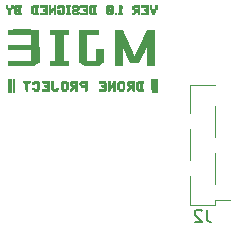
<source format=gbr>
%TF.GenerationSoftware,KiCad,Pcbnew,(5.1.6-0-10_14)*%
%TF.CreationDate,2021-01-13T21:17:16+08:00*%
%TF.ProjectId,Zeeuss,5a656575-7373-42e6-9b69-6361645f7063,rev?*%
%TF.SameCoordinates,Original*%
%TF.FileFunction,Legend,Bot*%
%TF.FilePolarity,Positive*%
%FSLAX46Y46*%
G04 Gerber Fmt 4.6, Leading zero omitted, Abs format (unit mm)*
G04 Created by KiCad (PCBNEW (5.1.6-0-10_14)) date 2021-01-13 21:17:16*
%MOMM*%
%LPD*%
G01*
G04 APERTURE LIST*
%ADD10C,0.010000*%
%ADD11C,0.120000*%
%ADD12C,0.150000*%
G04 APERTURE END LIST*
D10*
%TO.C,G\u002A\u002A\u002A*%
G36*
X113975295Y-108542236D02*
G01*
X114199412Y-108542236D01*
X114199412Y-107451530D01*
X113975295Y-107451530D01*
X113975295Y-108542236D01*
G37*
X113975295Y-108542236D02*
X114199412Y-108542236D01*
X114199412Y-107451530D01*
X113975295Y-107451530D01*
X113975295Y-108542236D01*
G36*
X113739785Y-107993148D02*
G01*
X113743706Y-108534765D01*
X113781618Y-108539186D01*
X113814255Y-108538788D01*
X113830177Y-108532961D01*
X113832631Y-108516060D01*
X113834885Y-108472708D01*
X113836873Y-108406336D01*
X113838528Y-108320374D01*
X113839782Y-108218253D01*
X113840570Y-108103403D01*
X113840824Y-107986922D01*
X113840824Y-107451530D01*
X113735863Y-107451530D01*
X113739785Y-107993148D01*
G37*
X113739785Y-107993148D02*
X113743706Y-108534765D01*
X113781618Y-108539186D01*
X113814255Y-108538788D01*
X113830177Y-108532961D01*
X113832631Y-108516060D01*
X113834885Y-108472708D01*
X113836873Y-108406336D01*
X113838528Y-108320374D01*
X113839782Y-108218253D01*
X113840570Y-108103403D01*
X113840824Y-107986922D01*
X113840824Y-107451530D01*
X113735863Y-107451530D01*
X113739785Y-107993148D01*
G36*
X102007412Y-108542236D02*
G01*
X102042275Y-108542236D01*
X102073653Y-108538374D01*
X102087098Y-108532275D01*
X102089394Y-108515537D01*
X102091503Y-108472342D01*
X102093362Y-108406114D01*
X102094910Y-108320280D01*
X102096084Y-108218263D01*
X102096821Y-108103489D01*
X102097059Y-107986922D01*
X102097059Y-107451530D01*
X102007412Y-107451530D01*
X102007412Y-108542236D01*
G37*
X102007412Y-108542236D02*
X102042275Y-108542236D01*
X102073653Y-108538374D01*
X102087098Y-108532275D01*
X102089394Y-108515537D01*
X102091503Y-108472342D01*
X102093362Y-108406114D01*
X102094910Y-108320280D01*
X102096084Y-108218263D01*
X102096821Y-108103489D01*
X102097059Y-107986922D01*
X102097059Y-107451530D01*
X102007412Y-107451530D01*
X102007412Y-108542236D01*
G36*
X101618942Y-108542236D02*
G01*
X101843059Y-108542236D01*
X101843059Y-107451530D01*
X101618942Y-107451530D01*
X101618942Y-108542236D01*
G37*
X101618942Y-108542236D02*
X101843059Y-108542236D01*
X101843059Y-107451530D01*
X101618942Y-107451530D01*
X101618942Y-108542236D01*
G36*
X112806147Y-107574424D02*
G01*
X112563353Y-107578530D01*
X112558737Y-107626208D01*
X112551276Y-107660115D01*
X112531092Y-107674604D01*
X112506443Y-107678502D01*
X112458765Y-107683118D01*
X112458765Y-108295706D01*
X112507324Y-108300388D01*
X112541148Y-108307336D01*
X112554220Y-108324746D01*
X112555883Y-108345959D01*
X112557823Y-108373825D01*
X112566384Y-108394013D01*
X112585680Y-108407747D01*
X112619823Y-108416254D01*
X112672924Y-108420759D01*
X112749097Y-108422489D01*
X112813340Y-108422706D01*
X112902942Y-108422144D01*
X112966675Y-108420216D01*
X113008534Y-108416558D01*
X113032517Y-108410809D01*
X113042620Y-108402606D01*
X113042936Y-108401866D01*
X113047015Y-108373969D01*
X113046802Y-108331971D01*
X113046202Y-108323425D01*
X113040643Y-108285568D01*
X113026967Y-108268108D01*
X112997059Y-108261558D01*
X112992912Y-108261142D01*
X112944353Y-108256460D01*
X112944353Y-107995936D01*
X112944525Y-107901964D01*
X112945342Y-107833763D01*
X112947255Y-107787221D01*
X112950718Y-107758228D01*
X112956183Y-107742673D01*
X112964102Y-107736444D01*
X112973014Y-107735412D01*
X112794942Y-107735412D01*
X112794942Y-107986922D01*
X112794377Y-108070751D01*
X112792815Y-108143939D01*
X112790449Y-108201349D01*
X112787477Y-108237846D01*
X112784981Y-108248393D01*
X112765711Y-108253771D01*
X112726156Y-108257388D01*
X112687863Y-108258353D01*
X112600706Y-108258353D01*
X112600706Y-107735412D01*
X112794942Y-107735412D01*
X112973014Y-107735412D01*
X113015421Y-107730595D01*
X113038710Y-107712048D01*
X113047975Y-107673623D01*
X113048942Y-107643796D01*
X113048942Y-107570319D01*
X112806147Y-107574424D01*
G37*
X112806147Y-107574424D02*
X112563353Y-107578530D01*
X112558737Y-107626208D01*
X112551276Y-107660115D01*
X112531092Y-107674604D01*
X112506443Y-107678502D01*
X112458765Y-107683118D01*
X112458765Y-108295706D01*
X112507324Y-108300388D01*
X112541148Y-108307336D01*
X112554220Y-108324746D01*
X112555883Y-108345959D01*
X112557823Y-108373825D01*
X112566384Y-108394013D01*
X112585680Y-108407747D01*
X112619823Y-108416254D01*
X112672924Y-108420759D01*
X112749097Y-108422489D01*
X112813340Y-108422706D01*
X112902942Y-108422144D01*
X112966675Y-108420216D01*
X113008534Y-108416558D01*
X113032517Y-108410809D01*
X113042620Y-108402606D01*
X113042936Y-108401866D01*
X113047015Y-108373969D01*
X113046802Y-108331971D01*
X113046202Y-108323425D01*
X113040643Y-108285568D01*
X113026967Y-108268108D01*
X112997059Y-108261558D01*
X112992912Y-108261142D01*
X112944353Y-108256460D01*
X112944353Y-107995936D01*
X112944525Y-107901964D01*
X112945342Y-107833763D01*
X112947255Y-107787221D01*
X112950718Y-107758228D01*
X112956183Y-107742673D01*
X112964102Y-107736444D01*
X112973014Y-107735412D01*
X112794942Y-107735412D01*
X112794942Y-107986922D01*
X112794377Y-108070751D01*
X112792815Y-108143939D01*
X112790449Y-108201349D01*
X112787477Y-108237846D01*
X112784981Y-108248393D01*
X112765711Y-108253771D01*
X112726156Y-108257388D01*
X112687863Y-108258353D01*
X112600706Y-108258353D01*
X112600706Y-107735412D01*
X112794942Y-107735412D01*
X112973014Y-107735412D01*
X113015421Y-107730595D01*
X113038710Y-107712048D01*
X113047975Y-107673623D01*
X113048942Y-107643796D01*
X113048942Y-107570319D01*
X112806147Y-107574424D01*
G36*
X111766789Y-107627089D02*
G01*
X111759910Y-107660854D01*
X111742506Y-107673922D01*
X111720060Y-107675648D01*
X111683656Y-107681901D01*
X111662370Y-107694495D01*
X111656852Y-107715523D01*
X111653048Y-107757369D01*
X111651135Y-107811007D01*
X111651292Y-107867411D01*
X111653695Y-107917556D01*
X111657407Y-107947377D01*
X111671967Y-107955660D01*
X111704678Y-107961978D01*
X111707971Y-107962318D01*
X111742542Y-107969872D01*
X111757610Y-107989630D01*
X111761613Y-108011775D01*
X111774189Y-108054782D01*
X111803087Y-108075161D01*
X111834971Y-108078830D01*
X111860886Y-108086299D01*
X111868557Y-108113330D01*
X111868589Y-108116412D01*
X111864583Y-108141839D01*
X111846676Y-108152122D01*
X111817241Y-108153765D01*
X111782141Y-108156664D01*
X111766707Y-108171182D01*
X111761212Y-108202324D01*
X111753923Y-108236598D01*
X111734472Y-108251348D01*
X111708967Y-108255490D01*
X111673203Y-108264515D01*
X111655980Y-108288077D01*
X111652171Y-108302132D01*
X111648645Y-108348701D01*
X111652795Y-108383436D01*
X111662720Y-108408401D01*
X111682093Y-108419785D01*
X111720508Y-108422686D01*
X111726669Y-108422706D01*
X111774276Y-108417692D01*
X111799424Y-108398464D01*
X111808364Y-108358747D01*
X111808824Y-108340255D01*
X111814495Y-108314874D01*
X111837162Y-108303226D01*
X111857383Y-108300388D01*
X111890934Y-108293395D01*
X111906779Y-108274598D01*
X111913412Y-108243412D01*
X111922216Y-108207289D01*
X111941586Y-108190484D01*
X111973177Y-108183648D01*
X112009064Y-108175031D01*
X112025002Y-108156719D01*
X112030153Y-108127618D01*
X112038563Y-108092192D01*
X112057395Y-108079469D01*
X112063771Y-108079059D01*
X112076796Y-108081276D01*
X112085203Y-108091469D01*
X112089990Y-108114953D01*
X112092157Y-108157041D01*
X112092702Y-108223048D01*
X112092706Y-108232953D01*
X112094594Y-108316011D01*
X112100128Y-108373284D01*
X112109117Y-108402939D01*
X112110636Y-108404777D01*
X112136587Y-108416604D01*
X112177276Y-108422543D01*
X112185057Y-108422706D01*
X112224249Y-108419264D01*
X112243490Y-108405657D01*
X112249769Y-108389089D01*
X112251837Y-108365427D01*
X112253391Y-108316275D01*
X112254388Y-108246019D01*
X112254788Y-108159048D01*
X112254548Y-108059748D01*
X112253789Y-107967000D01*
X112251286Y-107735412D01*
X112092706Y-107735412D01*
X112092706Y-107914706D01*
X111808824Y-107914706D01*
X111808824Y-107735412D01*
X112092706Y-107735412D01*
X112251286Y-107735412D01*
X112249589Y-107578530D01*
X111771471Y-107578530D01*
X111766789Y-107627089D01*
G37*
X111766789Y-107627089D02*
X111759910Y-107660854D01*
X111742506Y-107673922D01*
X111720060Y-107675648D01*
X111683656Y-107681901D01*
X111662370Y-107694495D01*
X111656852Y-107715523D01*
X111653048Y-107757369D01*
X111651135Y-107811007D01*
X111651292Y-107867411D01*
X111653695Y-107917556D01*
X111657407Y-107947377D01*
X111671967Y-107955660D01*
X111704678Y-107961978D01*
X111707971Y-107962318D01*
X111742542Y-107969872D01*
X111757610Y-107989630D01*
X111761613Y-108011775D01*
X111774189Y-108054782D01*
X111803087Y-108075161D01*
X111834971Y-108078830D01*
X111860886Y-108086299D01*
X111868557Y-108113330D01*
X111868589Y-108116412D01*
X111864583Y-108141839D01*
X111846676Y-108152122D01*
X111817241Y-108153765D01*
X111782141Y-108156664D01*
X111766707Y-108171182D01*
X111761212Y-108202324D01*
X111753923Y-108236598D01*
X111734472Y-108251348D01*
X111708967Y-108255490D01*
X111673203Y-108264515D01*
X111655980Y-108288077D01*
X111652171Y-108302132D01*
X111648645Y-108348701D01*
X111652795Y-108383436D01*
X111662720Y-108408401D01*
X111682093Y-108419785D01*
X111720508Y-108422686D01*
X111726669Y-108422706D01*
X111774276Y-108417692D01*
X111799424Y-108398464D01*
X111808364Y-108358747D01*
X111808824Y-108340255D01*
X111814495Y-108314874D01*
X111837162Y-108303226D01*
X111857383Y-108300388D01*
X111890934Y-108293395D01*
X111906779Y-108274598D01*
X111913412Y-108243412D01*
X111922216Y-108207289D01*
X111941586Y-108190484D01*
X111973177Y-108183648D01*
X112009064Y-108175031D01*
X112025002Y-108156719D01*
X112030153Y-108127618D01*
X112038563Y-108092192D01*
X112057395Y-108079469D01*
X112063771Y-108079059D01*
X112076796Y-108081276D01*
X112085203Y-108091469D01*
X112089990Y-108114953D01*
X112092157Y-108157041D01*
X112092702Y-108223048D01*
X112092706Y-108232953D01*
X112094594Y-108316011D01*
X112100128Y-108373284D01*
X112109117Y-108402939D01*
X112110636Y-108404777D01*
X112136587Y-108416604D01*
X112177276Y-108422543D01*
X112185057Y-108422706D01*
X112224249Y-108419264D01*
X112243490Y-108405657D01*
X112249769Y-108389089D01*
X112251837Y-108365427D01*
X112253391Y-108316275D01*
X112254388Y-108246019D01*
X112254788Y-108159048D01*
X112254548Y-108059748D01*
X112253789Y-107967000D01*
X112251286Y-107735412D01*
X112092706Y-107735412D01*
X112092706Y-107914706D01*
X111808824Y-107914706D01*
X111808824Y-107735412D01*
X112092706Y-107735412D01*
X112251286Y-107735412D01*
X112249589Y-107578530D01*
X111771471Y-107578530D01*
X111766789Y-107627089D01*
G36*
X110959966Y-107627089D02*
G01*
X110951237Y-107662913D01*
X110931993Y-107675421D01*
X110927570Y-107675648D01*
X110902956Y-107676144D01*
X110884421Y-107680107D01*
X110871102Y-107691248D01*
X110862138Y-107713278D01*
X110856667Y-107749909D01*
X110853826Y-107804851D01*
X110852754Y-107881815D01*
X110852589Y-107984514D01*
X110852589Y-108303177D01*
X110904883Y-108303177D01*
X110940313Y-108306033D01*
X110954804Y-108318615D01*
X110957177Y-108339308D01*
X110958365Y-108373310D01*
X110965115Y-108396535D01*
X110982207Y-108411035D01*
X111014421Y-108418861D01*
X111066536Y-108422067D01*
X111143332Y-108422705D01*
X111151412Y-108422706D01*
X111228535Y-108422095D01*
X111280739Y-108419839D01*
X111312971Y-108415308D01*
X111330177Y-108407871D01*
X111336578Y-108399073D01*
X111343952Y-108365093D01*
X111345647Y-108340255D01*
X111351318Y-108314874D01*
X111373986Y-108303226D01*
X111394206Y-108300388D01*
X111442765Y-108295706D01*
X111446825Y-107997965D01*
X111448066Y-107892207D01*
X111447999Y-107812605D01*
X111445856Y-107755437D01*
X111443258Y-107735412D01*
X111300824Y-107735412D01*
X111300824Y-108258353D01*
X111002000Y-108258353D01*
X111002000Y-107735412D01*
X111300824Y-107735412D01*
X111443258Y-107735412D01*
X111440866Y-107716982D01*
X111432260Y-107693518D01*
X111419268Y-107681324D01*
X111401121Y-107676677D01*
X111380212Y-107675876D01*
X111356259Y-107669115D01*
X111345098Y-107643949D01*
X111342859Y-107627089D01*
X111338177Y-107578530D01*
X110964647Y-107578530D01*
X110959966Y-107627089D01*
G37*
X110959966Y-107627089D02*
X110951237Y-107662913D01*
X110931993Y-107675421D01*
X110927570Y-107675648D01*
X110902956Y-107676144D01*
X110884421Y-107680107D01*
X110871102Y-107691248D01*
X110862138Y-107713278D01*
X110856667Y-107749909D01*
X110853826Y-107804851D01*
X110852754Y-107881815D01*
X110852589Y-107984514D01*
X110852589Y-108303177D01*
X110904883Y-108303177D01*
X110940313Y-108306033D01*
X110954804Y-108318615D01*
X110957177Y-108339308D01*
X110958365Y-108373310D01*
X110965115Y-108396535D01*
X110982207Y-108411035D01*
X111014421Y-108418861D01*
X111066536Y-108422067D01*
X111143332Y-108422705D01*
X111151412Y-108422706D01*
X111228535Y-108422095D01*
X111280739Y-108419839D01*
X111312971Y-108415308D01*
X111330177Y-108407871D01*
X111336578Y-108399073D01*
X111343952Y-108365093D01*
X111345647Y-108340255D01*
X111351318Y-108314874D01*
X111373986Y-108303226D01*
X111394206Y-108300388D01*
X111442765Y-108295706D01*
X111446825Y-107997965D01*
X111448066Y-107892207D01*
X111447999Y-107812605D01*
X111445856Y-107755437D01*
X111443258Y-107735412D01*
X111300824Y-107735412D01*
X111300824Y-108258353D01*
X111002000Y-108258353D01*
X111002000Y-107735412D01*
X111300824Y-107735412D01*
X111443258Y-107735412D01*
X111440866Y-107716982D01*
X111432260Y-107693518D01*
X111419268Y-107681324D01*
X111401121Y-107676677D01*
X111380212Y-107675876D01*
X111356259Y-107669115D01*
X111345098Y-107643949D01*
X111342859Y-107627089D01*
X111338177Y-107578530D01*
X110964647Y-107578530D01*
X110959966Y-107627089D01*
G36*
X110118990Y-107573825D02*
G01*
X110053236Y-107578530D01*
X110049036Y-107967000D01*
X110048207Y-108073441D01*
X110048054Y-108171361D01*
X110048535Y-108256372D01*
X110049608Y-108324087D01*
X110051233Y-108370118D01*
X110053056Y-108389089D01*
X110064421Y-108411911D01*
X110089602Y-108421381D01*
X110117767Y-108422706D01*
X110161814Y-108418746D01*
X110189428Y-108403333D01*
X110204196Y-108371165D01*
X110209704Y-108316941D01*
X110210118Y-108286194D01*
X110210118Y-108185541D01*
X110258677Y-108180859D01*
X110292906Y-108173615D01*
X110307649Y-108154136D01*
X110311918Y-108127618D01*
X110318866Y-108093794D01*
X110336275Y-108080722D01*
X110357488Y-108079059D01*
X110403818Y-108068924D01*
X110428869Y-108037913D01*
X110434236Y-108001365D01*
X110439708Y-107969916D01*
X110459556Y-107959681D01*
X110464118Y-107959530D01*
X110475972Y-107961089D01*
X110484194Y-107968836D01*
X110489446Y-107987378D01*
X110492389Y-108021318D01*
X110493686Y-108075264D01*
X110493998Y-108153819D01*
X110494000Y-108167484D01*
X110494628Y-108244961D01*
X110496350Y-108312905D01*
X110498923Y-108365112D01*
X110502104Y-108395378D01*
X110503070Y-108399073D01*
X110522009Y-108415889D01*
X110564452Y-108422492D01*
X110577491Y-108422706D01*
X110619758Y-108420298D01*
X110641320Y-108410337D01*
X110651063Y-108389089D01*
X110653131Y-108365427D01*
X110654685Y-108316275D01*
X110655682Y-108246019D01*
X110656082Y-108159048D01*
X110655842Y-108059748D01*
X110655083Y-107967000D01*
X110650883Y-107578530D01*
X110501471Y-107578530D01*
X110497099Y-107685954D01*
X110492728Y-107793379D01*
X110444805Y-107798013D01*
X110411649Y-107805058D01*
X110395943Y-107824077D01*
X110389412Y-107854942D01*
X110380608Y-107891065D01*
X110361239Y-107907870D01*
X110329647Y-107914706D01*
X110293761Y-107923323D01*
X110277823Y-107941635D01*
X110272671Y-107970736D01*
X110264262Y-108006161D01*
X110245430Y-108018885D01*
X110239054Y-108019295D01*
X110227505Y-108017510D01*
X110219506Y-108009075D01*
X110214401Y-107989368D01*
X110211535Y-107953768D01*
X110210251Y-107897653D01*
X110209892Y-107816401D01*
X110209889Y-107813853D01*
X110208936Y-107737279D01*
X110206483Y-107670672D01*
X110202875Y-107620136D01*
X110198455Y-107591775D01*
X110197203Y-107588766D01*
X110172011Y-107575591D01*
X110122195Y-107573610D01*
X110118990Y-107573825D01*
G37*
X110118990Y-107573825D02*
X110053236Y-107578530D01*
X110049036Y-107967000D01*
X110048207Y-108073441D01*
X110048054Y-108171361D01*
X110048535Y-108256372D01*
X110049608Y-108324087D01*
X110051233Y-108370118D01*
X110053056Y-108389089D01*
X110064421Y-108411911D01*
X110089602Y-108421381D01*
X110117767Y-108422706D01*
X110161814Y-108418746D01*
X110189428Y-108403333D01*
X110204196Y-108371165D01*
X110209704Y-108316941D01*
X110210118Y-108286194D01*
X110210118Y-108185541D01*
X110258677Y-108180859D01*
X110292906Y-108173615D01*
X110307649Y-108154136D01*
X110311918Y-108127618D01*
X110318866Y-108093794D01*
X110336275Y-108080722D01*
X110357488Y-108079059D01*
X110403818Y-108068924D01*
X110428869Y-108037913D01*
X110434236Y-108001365D01*
X110439708Y-107969916D01*
X110459556Y-107959681D01*
X110464118Y-107959530D01*
X110475972Y-107961089D01*
X110484194Y-107968836D01*
X110489446Y-107987378D01*
X110492389Y-108021318D01*
X110493686Y-108075264D01*
X110493998Y-108153819D01*
X110494000Y-108167484D01*
X110494628Y-108244961D01*
X110496350Y-108312905D01*
X110498923Y-108365112D01*
X110502104Y-108395378D01*
X110503070Y-108399073D01*
X110522009Y-108415889D01*
X110564452Y-108422492D01*
X110577491Y-108422706D01*
X110619758Y-108420298D01*
X110641320Y-108410337D01*
X110651063Y-108389089D01*
X110653131Y-108365427D01*
X110654685Y-108316275D01*
X110655682Y-108246019D01*
X110656082Y-108159048D01*
X110655842Y-108059748D01*
X110655083Y-107967000D01*
X110650883Y-107578530D01*
X110501471Y-107578530D01*
X110497099Y-107685954D01*
X110492728Y-107793379D01*
X110444805Y-107798013D01*
X110411649Y-107805058D01*
X110395943Y-107824077D01*
X110389412Y-107854942D01*
X110380608Y-107891065D01*
X110361239Y-107907870D01*
X110329647Y-107914706D01*
X110293761Y-107923323D01*
X110277823Y-107941635D01*
X110272671Y-107970736D01*
X110264262Y-108006161D01*
X110245430Y-108018885D01*
X110239054Y-108019295D01*
X110227505Y-108017510D01*
X110219506Y-108009075D01*
X110214401Y-107989368D01*
X110211535Y-107953768D01*
X110210251Y-107897653D01*
X110209892Y-107816401D01*
X110209889Y-107813853D01*
X110208936Y-107737279D01*
X110206483Y-107670672D01*
X110202875Y-107620136D01*
X110198455Y-107591775D01*
X110197203Y-107588766D01*
X110172011Y-107575591D01*
X110122195Y-107573610D01*
X110118990Y-107573825D01*
G36*
X109253883Y-107643851D02*
G01*
X109257276Y-107693980D01*
X109268498Y-107720358D01*
X109277517Y-107726343D01*
X109300668Y-107729703D01*
X109347363Y-107732500D01*
X109411265Y-107734478D01*
X109486037Y-107735383D01*
X109502380Y-107735412D01*
X109703609Y-107735412D01*
X109694647Y-107907236D01*
X109586324Y-107911626D01*
X109478000Y-107916015D01*
X109478000Y-107988468D01*
X109480000Y-108031287D01*
X109489783Y-108057966D01*
X109513022Y-108072295D01*
X109555394Y-108078060D01*
X109613693Y-108079059D01*
X109702118Y-108079059D01*
X109702118Y-108257555D01*
X109481736Y-108261689D01*
X109261353Y-108265824D01*
X109261353Y-108415236D01*
X109549316Y-108419295D01*
X109654061Y-108420330D01*
X109732238Y-108419964D01*
X109787136Y-108418029D01*
X109822044Y-108414356D01*
X109840251Y-108408775D01*
X109844655Y-108404131D01*
X109846466Y-108384591D01*
X109847823Y-108339271D01*
X109848692Y-108272269D01*
X109849042Y-108187684D01*
X109848839Y-108089613D01*
X109848050Y-107982157D01*
X109848045Y-107981719D01*
X109844059Y-107578530D01*
X109253883Y-107570428D01*
X109253883Y-107643851D01*
G37*
X109253883Y-107643851D02*
X109257276Y-107693980D01*
X109268498Y-107720358D01*
X109277517Y-107726343D01*
X109300668Y-107729703D01*
X109347363Y-107732500D01*
X109411265Y-107734478D01*
X109486037Y-107735383D01*
X109502380Y-107735412D01*
X109703609Y-107735412D01*
X109694647Y-107907236D01*
X109586324Y-107911626D01*
X109478000Y-107916015D01*
X109478000Y-107988468D01*
X109480000Y-108031287D01*
X109489783Y-108057966D01*
X109513022Y-108072295D01*
X109555394Y-108078060D01*
X109613693Y-108079059D01*
X109702118Y-108079059D01*
X109702118Y-108257555D01*
X109481736Y-108261689D01*
X109261353Y-108265824D01*
X109261353Y-108415236D01*
X109549316Y-108419295D01*
X109654061Y-108420330D01*
X109732238Y-108419964D01*
X109787136Y-108418029D01*
X109822044Y-108414356D01*
X109840251Y-108408775D01*
X109844655Y-108404131D01*
X109846466Y-108384591D01*
X109847823Y-108339271D01*
X109848692Y-108272269D01*
X109849042Y-108187684D01*
X109848839Y-108089613D01*
X109848050Y-107982157D01*
X109848045Y-107981719D01*
X109844059Y-107578530D01*
X109253883Y-107570428D01*
X109253883Y-107643851D01*
G36*
X107759765Y-107622983D02*
G01*
X107757212Y-107658345D01*
X107744808Y-107672910D01*
X107717930Y-107675648D01*
X107682136Y-107680022D01*
X107659063Y-107696456D01*
X107646151Y-107729917D01*
X107640842Y-107785373D01*
X107640236Y-107826449D01*
X107641686Y-107889925D01*
X107648416Y-107929267D01*
X107663998Y-107950171D01*
X107692002Y-107958337D01*
X107723634Y-107959530D01*
X107748392Y-107963838D01*
X107758306Y-107982616D01*
X107759765Y-108010225D01*
X107761618Y-108038303D01*
X107770338Y-108057508D01*
X107790662Y-108069512D01*
X107827331Y-108075988D01*
X107885083Y-108078611D01*
X107954733Y-108079059D01*
X108102434Y-108079059D01*
X108106658Y-108247148D01*
X108110883Y-108415236D01*
X108174519Y-108419837D01*
X108223660Y-108418461D01*
X108245516Y-108405226D01*
X108245741Y-108404673D01*
X108247607Y-108384985D01*
X108249014Y-108339523D01*
X108249925Y-108272394D01*
X108250307Y-108187703D01*
X108250125Y-108089555D01*
X108249343Y-107982057D01*
X108249339Y-107981719D01*
X108246904Y-107735412D01*
X108103412Y-107735412D01*
X108103412Y-107815098D01*
X108101590Y-107861715D01*
X108096915Y-107895297D01*
X108092946Y-107905250D01*
X108074360Y-107909351D01*
X108033034Y-107911765D01*
X107976077Y-107912206D01*
X107939799Y-107911476D01*
X107797118Y-107907236D01*
X107788156Y-107735412D01*
X108103412Y-107735412D01*
X108246904Y-107735412D01*
X108245353Y-107578530D01*
X108002559Y-107574424D01*
X107759765Y-107570319D01*
X107759765Y-107622983D01*
G37*
X107759765Y-107622983D02*
X107757212Y-107658345D01*
X107744808Y-107672910D01*
X107717930Y-107675648D01*
X107682136Y-107680022D01*
X107659063Y-107696456D01*
X107646151Y-107729917D01*
X107640842Y-107785373D01*
X107640236Y-107826449D01*
X107641686Y-107889925D01*
X107648416Y-107929267D01*
X107663998Y-107950171D01*
X107692002Y-107958337D01*
X107723634Y-107959530D01*
X107748392Y-107963838D01*
X107758306Y-107982616D01*
X107759765Y-108010225D01*
X107761618Y-108038303D01*
X107770338Y-108057508D01*
X107790662Y-108069512D01*
X107827331Y-108075988D01*
X107885083Y-108078611D01*
X107954733Y-108079059D01*
X108102434Y-108079059D01*
X108106658Y-108247148D01*
X108110883Y-108415236D01*
X108174519Y-108419837D01*
X108223660Y-108418461D01*
X108245516Y-108405226D01*
X108245741Y-108404673D01*
X108247607Y-108384985D01*
X108249014Y-108339523D01*
X108249925Y-108272394D01*
X108250307Y-108187703D01*
X108250125Y-108089555D01*
X108249343Y-107982057D01*
X108249339Y-107981719D01*
X108246904Y-107735412D01*
X108103412Y-107735412D01*
X108103412Y-107815098D01*
X108101590Y-107861715D01*
X108096915Y-107895297D01*
X108092946Y-107905250D01*
X108074360Y-107909351D01*
X108033034Y-107911765D01*
X107976077Y-107912206D01*
X107939799Y-107911476D01*
X107797118Y-107907236D01*
X107788156Y-107735412D01*
X108103412Y-107735412D01*
X108246904Y-107735412D01*
X108245353Y-107578530D01*
X108002559Y-107574424D01*
X107759765Y-107570319D01*
X107759765Y-107622983D01*
G36*
X107203206Y-107574424D02*
G01*
X106960412Y-107578530D01*
X106955796Y-107626208D01*
X106948334Y-107660115D01*
X106928151Y-107674604D01*
X106903502Y-107678502D01*
X106855824Y-107683118D01*
X106855824Y-107952059D01*
X106904383Y-107956741D01*
X106938207Y-107963689D01*
X106951279Y-107981099D01*
X106952942Y-108002312D01*
X106962991Y-108048511D01*
X106993905Y-108073526D01*
X107031675Y-108079059D01*
X107062022Y-108082909D01*
X107070821Y-108099074D01*
X107069775Y-108112677D01*
X107060228Y-108136184D01*
X107034718Y-108147641D01*
X107008971Y-108150932D01*
X106972230Y-108156187D01*
X106956513Y-108169443D01*
X106952970Y-108199401D01*
X106952942Y-108206015D01*
X106949900Y-108240734D01*
X106934806Y-108255897D01*
X106904383Y-108261142D01*
X106875628Y-108265481D01*
X106861297Y-108276711D01*
X106856370Y-108303042D01*
X106855824Y-108340530D01*
X106855824Y-108415236D01*
X106923059Y-108415236D01*
X106964480Y-108414027D01*
X106984713Y-108405949D01*
X106992452Y-108384323D01*
X106994881Y-108360058D01*
X107000442Y-108323398D01*
X107015312Y-108306878D01*
X107049228Y-108300758D01*
X107054646Y-108300293D01*
X107091703Y-108294366D01*
X107109135Y-108278737D01*
X107117196Y-108244097D01*
X107117295Y-108243412D01*
X107125911Y-108207525D01*
X107144223Y-108191587D01*
X107173324Y-108186436D01*
X107206253Y-108180196D01*
X107219526Y-108163564D01*
X107221883Y-108130407D01*
X107224822Y-108095428D01*
X107237855Y-108081287D01*
X107258746Y-108079059D01*
X107274715Y-108079960D01*
X107285390Y-108086090D01*
X107292030Y-108102591D01*
X107295891Y-108134603D01*
X107298230Y-108187269D01*
X107299835Y-108247148D01*
X107304059Y-108415236D01*
X107364366Y-108419674D01*
X107404954Y-108420060D01*
X107431824Y-108415559D01*
X107435337Y-108413449D01*
X107438112Y-108396284D01*
X107440619Y-108353157D01*
X107442758Y-108287990D01*
X107444433Y-108204701D01*
X107445544Y-108107212D01*
X107445995Y-107999443D01*
X107446000Y-107986552D01*
X107446000Y-107735412D01*
X107296589Y-107735412D01*
X107296589Y-107915788D01*
X107150912Y-107911512D01*
X107005236Y-107907236D01*
X106996274Y-107735412D01*
X107296589Y-107735412D01*
X107446000Y-107735412D01*
X107446000Y-107570319D01*
X107203206Y-107574424D01*
G37*
X107203206Y-107574424D02*
X106960412Y-107578530D01*
X106955796Y-107626208D01*
X106948334Y-107660115D01*
X106928151Y-107674604D01*
X106903502Y-107678502D01*
X106855824Y-107683118D01*
X106855824Y-107952059D01*
X106904383Y-107956741D01*
X106938207Y-107963689D01*
X106951279Y-107981099D01*
X106952942Y-108002312D01*
X106962991Y-108048511D01*
X106993905Y-108073526D01*
X107031675Y-108079059D01*
X107062022Y-108082909D01*
X107070821Y-108099074D01*
X107069775Y-108112677D01*
X107060228Y-108136184D01*
X107034718Y-108147641D01*
X107008971Y-108150932D01*
X106972230Y-108156187D01*
X106956513Y-108169443D01*
X106952970Y-108199401D01*
X106952942Y-108206015D01*
X106949900Y-108240734D01*
X106934806Y-108255897D01*
X106904383Y-108261142D01*
X106875628Y-108265481D01*
X106861297Y-108276711D01*
X106856370Y-108303042D01*
X106855824Y-108340530D01*
X106855824Y-108415236D01*
X106923059Y-108415236D01*
X106964480Y-108414027D01*
X106984713Y-108405949D01*
X106992452Y-108384323D01*
X106994881Y-108360058D01*
X107000442Y-108323398D01*
X107015312Y-108306878D01*
X107049228Y-108300758D01*
X107054646Y-108300293D01*
X107091703Y-108294366D01*
X107109135Y-108278737D01*
X107117196Y-108244097D01*
X107117295Y-108243412D01*
X107125911Y-108207525D01*
X107144223Y-108191587D01*
X107173324Y-108186436D01*
X107206253Y-108180196D01*
X107219526Y-108163564D01*
X107221883Y-108130407D01*
X107224822Y-108095428D01*
X107237855Y-108081287D01*
X107258746Y-108079059D01*
X107274715Y-108079960D01*
X107285390Y-108086090D01*
X107292030Y-108102591D01*
X107295891Y-108134603D01*
X107298230Y-108187269D01*
X107299835Y-108247148D01*
X107304059Y-108415236D01*
X107364366Y-108419674D01*
X107404954Y-108420060D01*
X107431824Y-108415559D01*
X107435337Y-108413449D01*
X107438112Y-108396284D01*
X107440619Y-108353157D01*
X107442758Y-108287990D01*
X107444433Y-108204701D01*
X107445544Y-108107212D01*
X107445995Y-107999443D01*
X107446000Y-107986552D01*
X107446000Y-107735412D01*
X107296589Y-107735412D01*
X107296589Y-107915788D01*
X107150912Y-107911512D01*
X107005236Y-107907236D01*
X106996274Y-107735412D01*
X107296589Y-107735412D01*
X107446000Y-107735412D01*
X107446000Y-107570319D01*
X107203206Y-107574424D01*
G36*
X106161059Y-107623353D02*
G01*
X106158502Y-107658525D01*
X106145888Y-107672949D01*
X106118065Y-107675648D01*
X106092784Y-107677110D01*
X106073746Y-107683929D01*
X106060145Y-107699753D01*
X106051173Y-107728230D01*
X106046024Y-107773007D01*
X106043891Y-107837734D01*
X106043967Y-107926059D01*
X106044936Y-108006281D01*
X106049000Y-108295706D01*
X106101295Y-108303177D01*
X106137418Y-108311981D01*
X106154223Y-108331350D01*
X106161059Y-108362942D01*
X106168530Y-108415236D01*
X106341150Y-108419420D01*
X106410221Y-108420221D01*
X106468031Y-108419250D01*
X106508219Y-108416724D01*
X106524179Y-108413194D01*
X106531383Y-108392304D01*
X106534579Y-108355964D01*
X106534589Y-108353883D01*
X106537177Y-108321580D01*
X106550834Y-108306726D01*
X106584394Y-108300878D01*
X106590618Y-108300344D01*
X106646647Y-108295706D01*
X106650712Y-108006281D01*
X106651878Y-107898715D01*
X106651417Y-107817372D01*
X106648520Y-107758603D01*
X106644947Y-107735412D01*
X106489765Y-107735412D01*
X106489765Y-108258353D01*
X106205883Y-108258353D01*
X106205883Y-107735412D01*
X106489765Y-107735412D01*
X106644947Y-107735412D01*
X106642381Y-107718762D01*
X106632193Y-107694199D01*
X106617149Y-107681267D01*
X106596443Y-107676317D01*
X106577583Y-107675648D01*
X106548666Y-107672537D01*
X106536807Y-107657194D01*
X106534589Y-107623353D01*
X106534589Y-107571059D01*
X106161059Y-107571059D01*
X106161059Y-107623353D01*
G37*
X106161059Y-107623353D02*
X106158502Y-107658525D01*
X106145888Y-107672949D01*
X106118065Y-107675648D01*
X106092784Y-107677110D01*
X106073746Y-107683929D01*
X106060145Y-107699753D01*
X106051173Y-107728230D01*
X106046024Y-107773007D01*
X106043891Y-107837734D01*
X106043967Y-107926059D01*
X106044936Y-108006281D01*
X106049000Y-108295706D01*
X106101295Y-108303177D01*
X106137418Y-108311981D01*
X106154223Y-108331350D01*
X106161059Y-108362942D01*
X106168530Y-108415236D01*
X106341150Y-108419420D01*
X106410221Y-108420221D01*
X106468031Y-108419250D01*
X106508219Y-108416724D01*
X106524179Y-108413194D01*
X106531383Y-108392304D01*
X106534579Y-108355964D01*
X106534589Y-108353883D01*
X106537177Y-108321580D01*
X106550834Y-108306726D01*
X106584394Y-108300878D01*
X106590618Y-108300344D01*
X106646647Y-108295706D01*
X106650712Y-108006281D01*
X106651878Y-107898715D01*
X106651417Y-107817372D01*
X106648520Y-107758603D01*
X106644947Y-107735412D01*
X106489765Y-107735412D01*
X106489765Y-108258353D01*
X106205883Y-108258353D01*
X106205883Y-107735412D01*
X106489765Y-107735412D01*
X106644947Y-107735412D01*
X106642381Y-107718762D01*
X106632193Y-107694199D01*
X106617149Y-107681267D01*
X106596443Y-107676317D01*
X106577583Y-107675648D01*
X106548666Y-107672537D01*
X106536807Y-107657194D01*
X106534589Y-107623353D01*
X106534589Y-107571059D01*
X106161059Y-107571059D01*
X106161059Y-107623353D01*
G36*
X105249647Y-108303177D02*
G01*
X105301942Y-108303177D01*
X105337372Y-108306033D01*
X105351863Y-108318615D01*
X105354236Y-108339308D01*
X105355424Y-108373310D01*
X105362174Y-108396535D01*
X105379266Y-108411035D01*
X105411480Y-108418861D01*
X105463595Y-108422067D01*
X105540391Y-108422705D01*
X105548471Y-108422706D01*
X105625594Y-108422095D01*
X105677798Y-108419839D01*
X105710030Y-108415308D01*
X105727236Y-108407871D01*
X105733637Y-108399073D01*
X105741011Y-108365093D01*
X105742706Y-108340255D01*
X105748377Y-108314874D01*
X105771045Y-108303226D01*
X105791265Y-108300388D01*
X105820721Y-108295569D01*
X105835697Y-108282938D01*
X105842120Y-108254052D01*
X105844378Y-108224736D01*
X105848932Y-108153765D01*
X105774354Y-108153765D01*
X105730065Y-108154788D01*
X105707440Y-108161214D01*
X105698262Y-108178076D01*
X105695094Y-108202324D01*
X105690412Y-108250883D01*
X105545018Y-108255156D01*
X105399623Y-108259429D01*
X105395606Y-107918979D01*
X105391589Y-107578530D01*
X105249647Y-107569422D01*
X105249647Y-108303177D01*
G37*
X105249647Y-108303177D02*
X105301942Y-108303177D01*
X105337372Y-108306033D01*
X105351863Y-108318615D01*
X105354236Y-108339308D01*
X105355424Y-108373310D01*
X105362174Y-108396535D01*
X105379266Y-108411035D01*
X105411480Y-108418861D01*
X105463595Y-108422067D01*
X105540391Y-108422705D01*
X105548471Y-108422706D01*
X105625594Y-108422095D01*
X105677798Y-108419839D01*
X105710030Y-108415308D01*
X105727236Y-108407871D01*
X105733637Y-108399073D01*
X105741011Y-108365093D01*
X105742706Y-108340255D01*
X105748377Y-108314874D01*
X105771045Y-108303226D01*
X105791265Y-108300388D01*
X105820721Y-108295569D01*
X105835697Y-108282938D01*
X105842120Y-108254052D01*
X105844378Y-108224736D01*
X105848932Y-108153765D01*
X105774354Y-108153765D01*
X105730065Y-108154788D01*
X105707440Y-108161214D01*
X105698262Y-108178076D01*
X105695094Y-108202324D01*
X105690412Y-108250883D01*
X105545018Y-108255156D01*
X105399623Y-108259429D01*
X105395606Y-107918979D01*
X105391589Y-107578530D01*
X105249647Y-107569422D01*
X105249647Y-108303177D01*
G36*
X104450295Y-107578530D02*
G01*
X104445595Y-107635602D01*
X104444123Y-107672439D01*
X104449437Y-107698902D01*
X104465610Y-107716699D01*
X104496718Y-107727538D01*
X104546834Y-107733127D01*
X104620033Y-107735173D01*
X104683712Y-107735412D01*
X104891059Y-107735412D01*
X104891059Y-107913397D01*
X104782736Y-107917787D01*
X104674412Y-107922177D01*
X104669713Y-107979249D01*
X104670289Y-108027061D01*
X104684701Y-108057102D01*
X104717663Y-108073105D01*
X104773889Y-108078802D01*
X104795771Y-108079059D01*
X104891059Y-108079059D01*
X104891059Y-108257555D01*
X104670677Y-108261689D01*
X104450295Y-108265824D01*
X104450295Y-108415236D01*
X105040471Y-108423338D01*
X105040471Y-107570428D01*
X104450295Y-107578530D01*
G37*
X104450295Y-107578530D02*
X104445595Y-107635602D01*
X104444123Y-107672439D01*
X104449437Y-107698902D01*
X104465610Y-107716699D01*
X104496718Y-107727538D01*
X104546834Y-107733127D01*
X104620033Y-107735173D01*
X104683712Y-107735412D01*
X104891059Y-107735412D01*
X104891059Y-107913397D01*
X104782736Y-107917787D01*
X104674412Y-107922177D01*
X104669713Y-107979249D01*
X104670289Y-108027061D01*
X104684701Y-108057102D01*
X104717663Y-108073105D01*
X104773889Y-108078802D01*
X104795771Y-108079059D01*
X104891059Y-108079059D01*
X104891059Y-108257555D01*
X104670677Y-108261689D01*
X104450295Y-108265824D01*
X104450295Y-108415236D01*
X105040471Y-108423338D01*
X105040471Y-107570428D01*
X104450295Y-107578530D01*
G36*
X103758384Y-107626208D02*
G01*
X103750923Y-107660115D01*
X103730739Y-107674604D01*
X103706090Y-107678502D01*
X103678358Y-107682858D01*
X103663627Y-107694265D01*
X103656965Y-107720647D01*
X103653867Y-107762411D01*
X103649321Y-107841704D01*
X103721102Y-107837117D01*
X103764400Y-107833038D01*
X103786224Y-107824175D01*
X103794964Y-107804700D01*
X103797565Y-107783971D01*
X103802247Y-107735412D01*
X104084236Y-107735412D01*
X104084236Y-108258353D01*
X103800353Y-108258353D01*
X103800353Y-108153765D01*
X103650942Y-108153765D01*
X103650942Y-108303177D01*
X103702334Y-108303177D01*
X103736220Y-108305563D01*
X103751714Y-108318625D01*
X103757673Y-108351221D01*
X103758363Y-108359206D01*
X103763000Y-108415236D01*
X103935127Y-108419415D01*
X104021222Y-108420184D01*
X104080316Y-108417474D01*
X104115108Y-108411086D01*
X104125627Y-108405221D01*
X104139502Y-108377186D01*
X104144000Y-108345959D01*
X104148379Y-108317055D01*
X104167558Y-108304199D01*
X104192559Y-108300388D01*
X104241118Y-108295706D01*
X104241118Y-107683118D01*
X104193440Y-107678502D01*
X104159533Y-107671040D01*
X104145044Y-107650857D01*
X104141146Y-107626208D01*
X104136530Y-107578530D01*
X103763000Y-107578530D01*
X103758384Y-107626208D01*
G37*
X103758384Y-107626208D02*
X103750923Y-107660115D01*
X103730739Y-107674604D01*
X103706090Y-107678502D01*
X103678358Y-107682858D01*
X103663627Y-107694265D01*
X103656965Y-107720647D01*
X103653867Y-107762411D01*
X103649321Y-107841704D01*
X103721102Y-107837117D01*
X103764400Y-107833038D01*
X103786224Y-107824175D01*
X103794964Y-107804700D01*
X103797565Y-107783971D01*
X103802247Y-107735412D01*
X104084236Y-107735412D01*
X104084236Y-108258353D01*
X103800353Y-108258353D01*
X103800353Y-108153765D01*
X103650942Y-108153765D01*
X103650942Y-108303177D01*
X103702334Y-108303177D01*
X103736220Y-108305563D01*
X103751714Y-108318625D01*
X103757673Y-108351221D01*
X103758363Y-108359206D01*
X103763000Y-108415236D01*
X103935127Y-108419415D01*
X104021222Y-108420184D01*
X104080316Y-108417474D01*
X104115108Y-108411086D01*
X104125627Y-108405221D01*
X104139502Y-108377186D01*
X104144000Y-108345959D01*
X104148379Y-108317055D01*
X104167558Y-108304199D01*
X104192559Y-108300388D01*
X104241118Y-108295706D01*
X104241118Y-107683118D01*
X104193440Y-107678502D01*
X104159533Y-107671040D01*
X104145044Y-107650857D01*
X104141146Y-107626208D01*
X104136530Y-107578530D01*
X103763000Y-107578530D01*
X103758384Y-107626208D01*
G36*
X102844118Y-107644167D02*
G01*
X102846100Y-107687327D01*
X102855835Y-107714202D01*
X102879005Y-107728621D01*
X102921291Y-107734412D01*
X102979530Y-107735412D01*
X103067675Y-107735412D01*
X103071691Y-108075324D01*
X103075706Y-108415236D01*
X103136013Y-108419674D01*
X103176601Y-108420060D01*
X103203471Y-108415559D01*
X103206984Y-108413449D01*
X103210070Y-108396028D01*
X103212806Y-108353140D01*
X103215054Y-108289201D01*
X103216679Y-108208624D01*
X103217543Y-108115825D01*
X103217647Y-108069098D01*
X103217647Y-107735412D01*
X103306073Y-107735412D01*
X103370203Y-107734084D01*
X103410160Y-107727554D01*
X103431620Y-107712005D01*
X103440259Y-107683619D01*
X103441765Y-107644167D01*
X103441765Y-107571059D01*
X102844118Y-107571059D01*
X102844118Y-107644167D01*
G37*
X102844118Y-107644167D02*
X102846100Y-107687327D01*
X102855835Y-107714202D01*
X102879005Y-107728621D01*
X102921291Y-107734412D01*
X102979530Y-107735412D01*
X103067675Y-107735412D01*
X103071691Y-108075324D01*
X103075706Y-108415236D01*
X103136013Y-108419674D01*
X103176601Y-108420060D01*
X103203471Y-108415559D01*
X103206984Y-108413449D01*
X103210070Y-108396028D01*
X103212806Y-108353140D01*
X103215054Y-108289201D01*
X103216679Y-108208624D01*
X103217543Y-108115825D01*
X103217647Y-108069098D01*
X103217647Y-107735412D01*
X103306073Y-107735412D01*
X103370203Y-107734084D01*
X103410160Y-107727554D01*
X103431620Y-107712005D01*
X103440259Y-107683619D01*
X103441765Y-107644167D01*
X103441765Y-107571059D01*
X102844118Y-107571059D01*
X102844118Y-107644167D01*
G36*
X113263039Y-103488064D02*
G01*
X113183819Y-103653459D01*
X113114055Y-103799001D01*
X113050333Y-103931805D01*
X112989238Y-104058985D01*
X112927353Y-104187655D01*
X112877378Y-104291471D01*
X112835275Y-104379037D01*
X112793282Y-104466605D01*
X112754943Y-104546772D01*
X112723799Y-104612134D01*
X112709367Y-104642589D01*
X112687287Y-104688976D01*
X112654833Y-104756634D01*
X112614706Y-104839963D01*
X112569603Y-104933363D01*
X112522225Y-105031231D01*
X112500568Y-105075883D01*
X112454688Y-105170743D01*
X112411440Y-105260766D01*
X112373132Y-105341104D01*
X112342071Y-105406907D01*
X112320562Y-105453326D01*
X112313725Y-105468641D01*
X112293823Y-105507930D01*
X112276078Y-105531708D01*
X112268141Y-105535283D01*
X112259895Y-105521228D01*
X112240338Y-105481924D01*
X112210399Y-105419383D01*
X112171009Y-105335616D01*
X112123098Y-105232633D01*
X112067596Y-105112447D01*
X112005433Y-104977069D01*
X111937538Y-104828509D01*
X111864842Y-104668779D01*
X111788275Y-104499890D01*
X111741075Y-104395465D01*
X111228655Y-103260530D01*
X110621000Y-103260530D01*
X110621000Y-106263706D01*
X110916089Y-106267757D01*
X111211177Y-106271809D01*
X111211177Y-105397434D01*
X111211364Y-105238875D01*
X111211902Y-105089572D01*
X111212758Y-104952139D01*
X111213898Y-104829191D01*
X111215288Y-104723343D01*
X111216894Y-104637210D01*
X111218684Y-104573406D01*
X111220622Y-104534546D01*
X111222443Y-104523059D01*
X111230528Y-104536291D01*
X111249577Y-104574302D01*
X111278417Y-104634562D01*
X111315874Y-104714542D01*
X111360777Y-104811715D01*
X111411953Y-104923551D01*
X111468228Y-105047522D01*
X111528431Y-105181098D01*
X111553282Y-105236500D01*
X111615196Y-105374490D01*
X111673939Y-105504963D01*
X111728285Y-105625232D01*
X111777013Y-105732610D01*
X111818897Y-105824410D01*
X111852715Y-105897943D01*
X111877241Y-105950523D01*
X111891253Y-105979462D01*
X111893478Y-105983559D01*
X111900765Y-105994240D01*
X111910348Y-106002379D01*
X111926015Y-106008321D01*
X111951554Y-106012412D01*
X111990754Y-106014998D01*
X112047404Y-106016423D01*
X112125292Y-106017034D01*
X112228208Y-106017175D01*
X112262224Y-106017177D01*
X112610348Y-106017177D01*
X112884282Y-105460618D01*
X112948271Y-105330577D01*
X113012462Y-105200069D01*
X113074676Y-105073525D01*
X113132737Y-104955374D01*
X113184467Y-104850049D01*
X113227690Y-104761979D01*
X113260227Y-104695595D01*
X113264197Y-104687485D01*
X113370177Y-104470911D01*
X113377881Y-106271177D01*
X113975437Y-106271177D01*
X113971631Y-104765853D01*
X113967824Y-103260530D01*
X113671849Y-103256476D01*
X113375875Y-103252422D01*
X113263039Y-103488064D01*
G37*
X113263039Y-103488064D02*
X113183819Y-103653459D01*
X113114055Y-103799001D01*
X113050333Y-103931805D01*
X112989238Y-104058985D01*
X112927353Y-104187655D01*
X112877378Y-104291471D01*
X112835275Y-104379037D01*
X112793282Y-104466605D01*
X112754943Y-104546772D01*
X112723799Y-104612134D01*
X112709367Y-104642589D01*
X112687287Y-104688976D01*
X112654833Y-104756634D01*
X112614706Y-104839963D01*
X112569603Y-104933363D01*
X112522225Y-105031231D01*
X112500568Y-105075883D01*
X112454688Y-105170743D01*
X112411440Y-105260766D01*
X112373132Y-105341104D01*
X112342071Y-105406907D01*
X112320562Y-105453326D01*
X112313725Y-105468641D01*
X112293823Y-105507930D01*
X112276078Y-105531708D01*
X112268141Y-105535283D01*
X112259895Y-105521228D01*
X112240338Y-105481924D01*
X112210399Y-105419383D01*
X112171009Y-105335616D01*
X112123098Y-105232633D01*
X112067596Y-105112447D01*
X112005433Y-104977069D01*
X111937538Y-104828509D01*
X111864842Y-104668779D01*
X111788275Y-104499890D01*
X111741075Y-104395465D01*
X111228655Y-103260530D01*
X110621000Y-103260530D01*
X110621000Y-106263706D01*
X110916089Y-106267757D01*
X111211177Y-106271809D01*
X111211177Y-105397434D01*
X111211364Y-105238875D01*
X111211902Y-105089572D01*
X111212758Y-104952139D01*
X111213898Y-104829191D01*
X111215288Y-104723343D01*
X111216894Y-104637210D01*
X111218684Y-104573406D01*
X111220622Y-104534546D01*
X111222443Y-104523059D01*
X111230528Y-104536291D01*
X111249577Y-104574302D01*
X111278417Y-104634562D01*
X111315874Y-104714542D01*
X111360777Y-104811715D01*
X111411953Y-104923551D01*
X111468228Y-105047522D01*
X111528431Y-105181098D01*
X111553282Y-105236500D01*
X111615196Y-105374490D01*
X111673939Y-105504963D01*
X111728285Y-105625232D01*
X111777013Y-105732610D01*
X111818897Y-105824410D01*
X111852715Y-105897943D01*
X111877241Y-105950523D01*
X111891253Y-105979462D01*
X111893478Y-105983559D01*
X111900765Y-105994240D01*
X111910348Y-106002379D01*
X111926015Y-106008321D01*
X111951554Y-106012412D01*
X111990754Y-106014998D01*
X112047404Y-106016423D01*
X112125292Y-106017034D01*
X112228208Y-106017175D01*
X112262224Y-106017177D01*
X112610348Y-106017177D01*
X112884282Y-105460618D01*
X112948271Y-105330577D01*
X113012462Y-105200069D01*
X113074676Y-105073525D01*
X113132737Y-104955374D01*
X113184467Y-104850049D01*
X113227690Y-104761979D01*
X113260227Y-104695595D01*
X113264197Y-104687485D01*
X113370177Y-104470911D01*
X113377881Y-106271177D01*
X113975437Y-106271177D01*
X113971631Y-104765853D01*
X113967824Y-103260530D01*
X113671849Y-103256476D01*
X113375875Y-103252422D01*
X113263039Y-103488064D01*
G36*
X107625295Y-105969653D02*
G01*
X107726147Y-106035905D01*
X107785526Y-106074820D01*
X107857677Y-106121971D01*
X107930304Y-106169327D01*
X107956948Y-106186667D01*
X108086895Y-106271177D01*
X109173863Y-106271177D01*
X109359549Y-106150366D01*
X109429638Y-106104711D01*
X109494747Y-106062200D01*
X109548867Y-106026764D01*
X109585988Y-106002335D01*
X109593692Y-105997219D01*
X109642149Y-105964883D01*
X109642251Y-105438206D01*
X109642353Y-104911530D01*
X109045120Y-104911530D01*
X109037236Y-105875236D01*
X108630089Y-105879211D01*
X108222942Y-105883187D01*
X108222942Y-103641530D01*
X109224000Y-103641530D01*
X109224000Y-103253059D01*
X107625295Y-103253059D01*
X107625295Y-105969653D01*
G37*
X107625295Y-105969653D02*
X107726147Y-106035905D01*
X107785526Y-106074820D01*
X107857677Y-106121971D01*
X107930304Y-106169327D01*
X107956948Y-106186667D01*
X108086895Y-106271177D01*
X109173863Y-106271177D01*
X109359549Y-106150366D01*
X109429638Y-106104711D01*
X109494747Y-106062200D01*
X109548867Y-106026764D01*
X109585988Y-106002335D01*
X109593692Y-105997219D01*
X109642149Y-105964883D01*
X109642251Y-105438206D01*
X109642353Y-104911530D01*
X109045120Y-104911530D01*
X109037236Y-105875236D01*
X108630089Y-105879211D01*
X108222942Y-105883187D01*
X108222942Y-103641530D01*
X109224000Y-103641530D01*
X109224000Y-103253059D01*
X107625295Y-103253059D01*
X107625295Y-105969653D01*
G36*
X105152530Y-103634059D02*
G01*
X105380383Y-103638184D01*
X105608236Y-103642308D01*
X105608236Y-105881928D01*
X105380383Y-105886052D01*
X105152530Y-105890177D01*
X105144166Y-106271177D01*
X106654118Y-106271177D01*
X106654118Y-105882706D01*
X106205883Y-105882706D01*
X106205883Y-103641530D01*
X106654985Y-103641530D01*
X106650816Y-103443559D01*
X106646647Y-103245589D01*
X105152530Y-103245589D01*
X105152530Y-103634059D01*
G37*
X105152530Y-103634059D02*
X105380383Y-103638184D01*
X105608236Y-103642308D01*
X105608236Y-105881928D01*
X105380383Y-105886052D01*
X105152530Y-105890177D01*
X105144166Y-106271177D01*
X106654118Y-106271177D01*
X106654118Y-105882706D01*
X106205883Y-105882706D01*
X106205883Y-103641530D01*
X106654985Y-103641530D01*
X106650816Y-103443559D01*
X106646647Y-103245589D01*
X105152530Y-103245589D01*
X105152530Y-103634059D01*
G36*
X102129059Y-103240969D02*
G01*
X101999684Y-103241529D01*
X101892186Y-103242430D01*
X101804965Y-103243691D01*
X101736419Y-103245331D01*
X101684947Y-103247367D01*
X101648949Y-103249820D01*
X101626824Y-103252707D01*
X101616971Y-103256047D01*
X101616369Y-103256710D01*
X101611438Y-103279060D01*
X101607751Y-103323526D01*
X101605379Y-103382365D01*
X101604394Y-103447834D01*
X101604865Y-103512189D01*
X101606864Y-103567686D01*
X101610462Y-103606584D01*
X101613070Y-103617896D01*
X101617161Y-103622641D01*
X101626927Y-103626713D01*
X101644476Y-103630162D01*
X101671915Y-103633038D01*
X101711352Y-103635394D01*
X101764895Y-103637278D01*
X101834651Y-103638741D01*
X101922729Y-103639835D01*
X102031235Y-103640609D01*
X102162277Y-103641113D01*
X102317964Y-103641400D01*
X102500403Y-103641518D01*
X102599187Y-103641530D01*
X103576236Y-103641530D01*
X103576236Y-104523059D01*
X101619511Y-104523059D01*
X101611134Y-104556677D01*
X101608024Y-104585353D01*
X101606326Y-104635831D01*
X101606211Y-104700056D01*
X101607114Y-104747177D01*
X101611471Y-104904059D01*
X102590118Y-104911530D01*
X103568765Y-104919000D01*
X103572707Y-105400853D01*
X103576650Y-105882706D01*
X101603108Y-105882706D01*
X101607289Y-106073206D01*
X101611471Y-106263706D01*
X102657353Y-106266781D01*
X103703236Y-106269855D01*
X103882530Y-106152197D01*
X103952402Y-106106150D01*
X104018241Y-106062410D01*
X104073571Y-106025303D01*
X104111920Y-105999154D01*
X104117932Y-105994950D01*
X104174040Y-105955361D01*
X104166412Y-103245589D01*
X102897346Y-103241768D01*
X102664455Y-103241150D01*
X102459844Y-103240799D01*
X102281912Y-103240732D01*
X102129059Y-103240969D01*
G37*
X102129059Y-103240969D02*
X101999684Y-103241529D01*
X101892186Y-103242430D01*
X101804965Y-103243691D01*
X101736419Y-103245331D01*
X101684947Y-103247367D01*
X101648949Y-103249820D01*
X101626824Y-103252707D01*
X101616971Y-103256047D01*
X101616369Y-103256710D01*
X101611438Y-103279060D01*
X101607751Y-103323526D01*
X101605379Y-103382365D01*
X101604394Y-103447834D01*
X101604865Y-103512189D01*
X101606864Y-103567686D01*
X101610462Y-103606584D01*
X101613070Y-103617896D01*
X101617161Y-103622641D01*
X101626927Y-103626713D01*
X101644476Y-103630162D01*
X101671915Y-103633038D01*
X101711352Y-103635394D01*
X101764895Y-103637278D01*
X101834651Y-103638741D01*
X101922729Y-103639835D01*
X102031235Y-103640609D01*
X102162277Y-103641113D01*
X102317964Y-103641400D01*
X102500403Y-103641518D01*
X102599187Y-103641530D01*
X103576236Y-103641530D01*
X103576236Y-104523059D01*
X101619511Y-104523059D01*
X101611134Y-104556677D01*
X101608024Y-104585353D01*
X101606326Y-104635831D01*
X101606211Y-104700056D01*
X101607114Y-104747177D01*
X101611471Y-104904059D01*
X102590118Y-104911530D01*
X103568765Y-104919000D01*
X103572707Y-105400853D01*
X103576650Y-105882706D01*
X101603108Y-105882706D01*
X101607289Y-106073206D01*
X101611471Y-106263706D01*
X102657353Y-106266781D01*
X103703236Y-106269855D01*
X103882530Y-106152197D01*
X103952402Y-106106150D01*
X104018241Y-106062410D01*
X104073571Y-106025303D01*
X104111920Y-105999154D01*
X104117932Y-105994950D01*
X104174040Y-105955361D01*
X104166412Y-103245589D01*
X102897346Y-103241768D01*
X102664455Y-103241150D01*
X102459844Y-103240799D01*
X102281912Y-103240732D01*
X102129059Y-103240969D01*
G36*
X114016888Y-101336853D02*
G01*
X114012647Y-101497471D01*
X113960353Y-101504942D01*
X113908059Y-101512412D01*
X113903650Y-101621687D01*
X113900777Y-101677766D01*
X113896368Y-101710013D01*
X113888266Y-101724467D01*
X113874312Y-101727173D01*
X113866297Y-101726275D01*
X113849090Y-101721165D01*
X113838694Y-101707494D01*
X113832922Y-101678639D01*
X113829587Y-101627980D01*
X113828964Y-101613265D01*
X113824574Y-101504942D01*
X113721295Y-101504942D01*
X113721295Y-101176236D01*
X113571883Y-101176236D01*
X113571883Y-101517989D01*
X113620442Y-101522671D01*
X113669000Y-101527353D01*
X113673390Y-101635677D01*
X113677780Y-101744000D01*
X113727821Y-101744000D01*
X113760287Y-101747248D01*
X113780551Y-101760665D01*
X113791382Y-101789757D01*
X113795548Y-101840033D01*
X113796000Y-101879693D01*
X113796000Y-101968118D01*
X113944103Y-101968118D01*
X113948493Y-101859795D01*
X113952883Y-101751471D01*
X114001442Y-101746789D01*
X114050000Y-101742107D01*
X114050000Y-101640064D01*
X114051894Y-101580287D01*
X114060323Y-101544356D01*
X114079407Y-101526334D01*
X114113268Y-101520283D01*
X114133399Y-101519883D01*
X114148889Y-101519030D01*
X114159166Y-101513080D01*
X114165299Y-101496945D01*
X114168357Y-101465539D01*
X114169411Y-101413772D01*
X114169530Y-101348059D01*
X114169530Y-101176236D01*
X114021129Y-101176236D01*
X114016888Y-101336853D01*
G37*
X114016888Y-101336853D02*
X114012647Y-101497471D01*
X113960353Y-101504942D01*
X113908059Y-101512412D01*
X113903650Y-101621687D01*
X113900777Y-101677766D01*
X113896368Y-101710013D01*
X113888266Y-101724467D01*
X113874312Y-101727173D01*
X113866297Y-101726275D01*
X113849090Y-101721165D01*
X113838694Y-101707494D01*
X113832922Y-101678639D01*
X113829587Y-101627980D01*
X113828964Y-101613265D01*
X113824574Y-101504942D01*
X113721295Y-101504942D01*
X113721295Y-101176236D01*
X113571883Y-101176236D01*
X113571883Y-101517989D01*
X113620442Y-101522671D01*
X113669000Y-101527353D01*
X113673390Y-101635677D01*
X113677780Y-101744000D01*
X113727821Y-101744000D01*
X113760287Y-101747248D01*
X113780551Y-101760665D01*
X113791382Y-101789757D01*
X113795548Y-101840033D01*
X113796000Y-101879693D01*
X113796000Y-101968118D01*
X113944103Y-101968118D01*
X113948493Y-101859795D01*
X113952883Y-101751471D01*
X114001442Y-101746789D01*
X114050000Y-101742107D01*
X114050000Y-101640064D01*
X114051894Y-101580287D01*
X114060323Y-101544356D01*
X114079407Y-101526334D01*
X114113268Y-101520283D01*
X114133399Y-101519883D01*
X114148889Y-101519030D01*
X114159166Y-101513080D01*
X114165299Y-101496945D01*
X114168357Y-101465539D01*
X114169411Y-101413772D01*
X114169530Y-101348059D01*
X114169530Y-101176236D01*
X114021129Y-101176236D01*
X114016888Y-101336853D01*
G36*
X112839765Y-101294966D02*
G01*
X113060147Y-101299101D01*
X113280530Y-101303236D01*
X113284933Y-101403421D01*
X113289335Y-101503606D01*
X113071353Y-101512412D01*
X113071353Y-101631942D01*
X113179677Y-101636331D01*
X113288000Y-101640721D01*
X113288000Y-101848589D01*
X112839765Y-101848589D01*
X112839765Y-101968118D01*
X113437412Y-101968118D01*
X113437412Y-101176236D01*
X112839765Y-101176236D01*
X112839765Y-101294966D01*
G37*
X112839765Y-101294966D02*
X113060147Y-101299101D01*
X113280530Y-101303236D01*
X113284933Y-101403421D01*
X113289335Y-101503606D01*
X113071353Y-101512412D01*
X113071353Y-101631942D01*
X113179677Y-101636331D01*
X113288000Y-101640721D01*
X113288000Y-101848589D01*
X112839765Y-101848589D01*
X112839765Y-101968118D01*
X113437412Y-101968118D01*
X113437412Y-101176236D01*
X112839765Y-101176236D01*
X112839765Y-101294966D01*
G36*
X112224388Y-101224795D02*
G01*
X112217144Y-101259023D01*
X112197665Y-101273767D01*
X112171147Y-101278035D01*
X112122589Y-101282717D01*
X112122589Y-101517989D01*
X112171147Y-101522671D01*
X112203445Y-101528831D01*
X112218316Y-101545278D01*
X112224198Y-101581641D01*
X112224344Y-101583383D01*
X112229597Y-101620123D01*
X112242855Y-101635840D01*
X112272829Y-101639384D01*
X112279491Y-101639412D01*
X112323733Y-101645445D01*
X112342675Y-101665133D01*
X112339193Y-101699311D01*
X112322458Y-101721439D01*
X112286552Y-101728952D01*
X112279366Y-101729059D01*
X112246121Y-101731524D01*
X112230887Y-101744817D01*
X112224973Y-101777788D01*
X112224344Y-101785089D01*
X112218623Y-101822319D01*
X112204207Y-101839297D01*
X112172657Y-101845653D01*
X112171147Y-101845800D01*
X112139784Y-101851246D01*
X112126008Y-101865636D01*
X112122644Y-101898352D01*
X112122589Y-101909300D01*
X112122589Y-101968118D01*
X112189824Y-101968118D01*
X112232016Y-101966065D01*
X112251941Y-101957785D01*
X112257057Y-101940100D01*
X112257059Y-101939458D01*
X112263914Y-101893174D01*
X112287261Y-101869451D01*
X112324991Y-101863530D01*
X112357860Y-101861017D01*
X112372942Y-101847583D01*
X112378830Y-101814382D01*
X112379422Y-101807500D01*
X112385176Y-101770239D01*
X112399585Y-101753252D01*
X112430936Y-101746933D01*
X112431737Y-101746855D01*
X112465644Y-101739393D01*
X112480133Y-101719210D01*
X112484031Y-101694561D01*
X112493202Y-101658581D01*
X112515204Y-101643446D01*
X112522265Y-101642108D01*
X112549640Y-101645583D01*
X112556669Y-101657050D01*
X112557308Y-101679923D01*
X112558371Y-101724928D01*
X112559679Y-101784319D01*
X112560404Y-101818706D01*
X112563353Y-101960648D01*
X112634324Y-101965201D01*
X112705295Y-101969755D01*
X112705295Y-101364167D01*
X112559161Y-101364167D01*
X112558847Y-101407824D01*
X112558406Y-101450998D01*
X112557525Y-101482597D01*
X112557282Y-101486806D01*
X112548915Y-101495949D01*
X112522700Y-101501156D01*
X112474508Y-101502847D01*
X112410206Y-101501747D01*
X112264530Y-101497471D01*
X112259812Y-101431434D01*
X112256757Y-101372184D01*
X112260978Y-101333312D01*
X112277359Y-101310526D01*
X112310785Y-101299534D01*
X112366141Y-101296044D01*
X112414226Y-101295765D01*
X112480992Y-101295673D01*
X112523393Y-101298225D01*
X112546905Y-101307663D01*
X112557003Y-101328229D01*
X112559161Y-101364167D01*
X112705295Y-101364167D01*
X112705295Y-101176236D01*
X112229070Y-101176236D01*
X112224388Y-101224795D01*
G37*
X112224388Y-101224795D02*
X112217144Y-101259023D01*
X112197665Y-101273767D01*
X112171147Y-101278035D01*
X112122589Y-101282717D01*
X112122589Y-101517989D01*
X112171147Y-101522671D01*
X112203445Y-101528831D01*
X112218316Y-101545278D01*
X112224198Y-101581641D01*
X112224344Y-101583383D01*
X112229597Y-101620123D01*
X112242855Y-101635840D01*
X112272829Y-101639384D01*
X112279491Y-101639412D01*
X112323733Y-101645445D01*
X112342675Y-101665133D01*
X112339193Y-101699311D01*
X112322458Y-101721439D01*
X112286552Y-101728952D01*
X112279366Y-101729059D01*
X112246121Y-101731524D01*
X112230887Y-101744817D01*
X112224973Y-101777788D01*
X112224344Y-101785089D01*
X112218623Y-101822319D01*
X112204207Y-101839297D01*
X112172657Y-101845653D01*
X112171147Y-101845800D01*
X112139784Y-101851246D01*
X112126008Y-101865636D01*
X112122644Y-101898352D01*
X112122589Y-101909300D01*
X112122589Y-101968118D01*
X112189824Y-101968118D01*
X112232016Y-101966065D01*
X112251941Y-101957785D01*
X112257057Y-101940100D01*
X112257059Y-101939458D01*
X112263914Y-101893174D01*
X112287261Y-101869451D01*
X112324991Y-101863530D01*
X112357860Y-101861017D01*
X112372942Y-101847583D01*
X112378830Y-101814382D01*
X112379422Y-101807500D01*
X112385176Y-101770239D01*
X112399585Y-101753252D01*
X112430936Y-101746933D01*
X112431737Y-101746855D01*
X112465644Y-101739393D01*
X112480133Y-101719210D01*
X112484031Y-101694561D01*
X112493202Y-101658581D01*
X112515204Y-101643446D01*
X112522265Y-101642108D01*
X112549640Y-101645583D01*
X112556669Y-101657050D01*
X112557308Y-101679923D01*
X112558371Y-101724928D01*
X112559679Y-101784319D01*
X112560404Y-101818706D01*
X112563353Y-101960648D01*
X112634324Y-101965201D01*
X112705295Y-101969755D01*
X112705295Y-101364167D01*
X112559161Y-101364167D01*
X112558847Y-101407824D01*
X112558406Y-101450998D01*
X112557525Y-101482597D01*
X112557282Y-101486806D01*
X112548915Y-101495949D01*
X112522700Y-101501156D01*
X112474508Y-101502847D01*
X112410206Y-101501747D01*
X112264530Y-101497471D01*
X112259812Y-101431434D01*
X112256757Y-101372184D01*
X112260978Y-101333312D01*
X112277359Y-101310526D01*
X112310785Y-101299534D01*
X112366141Y-101296044D01*
X112414226Y-101295765D01*
X112480992Y-101295673D01*
X112523393Y-101298225D01*
X112546905Y-101307663D01*
X112557003Y-101328229D01*
X112559161Y-101364167D01*
X112705295Y-101364167D01*
X112705295Y-101176236D01*
X112229070Y-101176236D01*
X112224388Y-101224795D01*
G36*
X110994530Y-101841118D02*
G01*
X110938500Y-101845755D01*
X110902409Y-101850632D01*
X110886528Y-101863419D01*
X110882572Y-101893508D01*
X110882471Y-101909255D01*
X110882471Y-101968118D01*
X111256000Y-101968118D01*
X111256000Y-101908353D01*
X111254417Y-101870088D01*
X111244642Y-101853083D01*
X111219137Y-101848722D01*
X111203706Y-101848589D01*
X111151412Y-101848589D01*
X111151412Y-101415295D01*
X111203706Y-101415295D01*
X111235838Y-101413859D01*
X111251054Y-101404132D01*
X111255678Y-101377979D01*
X111256000Y-101348059D01*
X111254884Y-101306747D01*
X111247318Y-101287184D01*
X111226977Y-101281239D01*
X111203706Y-101280824D01*
X111168657Y-101278511D01*
X111154283Y-101265462D01*
X111151419Y-101232510D01*
X111151412Y-101228530D01*
X111151412Y-101176236D01*
X111002572Y-101176236D01*
X110994530Y-101841118D01*
G37*
X110994530Y-101841118D02*
X110938500Y-101845755D01*
X110902409Y-101850632D01*
X110886528Y-101863419D01*
X110882572Y-101893508D01*
X110882471Y-101909255D01*
X110882471Y-101968118D01*
X111256000Y-101968118D01*
X111256000Y-101908353D01*
X111254417Y-101870088D01*
X111244642Y-101853083D01*
X111219137Y-101848722D01*
X111203706Y-101848589D01*
X111151412Y-101848589D01*
X111151412Y-101415295D01*
X111203706Y-101415295D01*
X111235838Y-101413859D01*
X111251054Y-101404132D01*
X111255678Y-101377979D01*
X111256000Y-101348059D01*
X111254884Y-101306747D01*
X111247318Y-101287184D01*
X111226977Y-101281239D01*
X111203706Y-101280824D01*
X111168657Y-101278511D01*
X111154283Y-101265462D01*
X111151419Y-101232510D01*
X111151412Y-101228530D01*
X111151412Y-101176236D01*
X111002572Y-101176236D01*
X110994530Y-101841118D01*
G36*
X110613530Y-101968118D02*
G01*
X110762942Y-101968118D01*
X110762942Y-101848589D01*
X110613530Y-101848589D01*
X110613530Y-101968118D01*
G37*
X110613530Y-101968118D02*
X110762942Y-101968118D01*
X110762942Y-101848589D01*
X110613530Y-101848589D01*
X110613530Y-101968118D01*
G36*
X109983212Y-101224795D02*
G01*
X109975968Y-101259023D01*
X109956489Y-101273767D01*
X109929971Y-101278035D01*
X109881412Y-101282717D01*
X109881412Y-101863530D01*
X109933706Y-101863530D01*
X109968755Y-101865843D01*
X109983129Y-101878892D01*
X109985994Y-101911844D01*
X109986000Y-101915824D01*
X109986000Y-101968118D01*
X110359530Y-101968118D01*
X110359530Y-101916726D01*
X110361916Y-101882840D01*
X110374978Y-101867346D01*
X110407574Y-101861387D01*
X110415559Y-101860696D01*
X110471589Y-101856059D01*
X110471589Y-101808994D01*
X110329964Y-101808994D01*
X110321895Y-101829186D01*
X110298308Y-101841134D01*
X110254669Y-101846905D01*
X110186443Y-101848566D01*
X110173234Y-101848589D01*
X110030824Y-101848589D01*
X110030824Y-101683197D01*
X110031045Y-101611207D01*
X110032411Y-101564069D01*
X110035974Y-101536752D01*
X110042788Y-101524225D01*
X110053905Y-101521456D01*
X110064442Y-101522579D01*
X110088125Y-101532294D01*
X110099568Y-101558231D01*
X110102644Y-101582499D01*
X110108496Y-101619406D01*
X110123353Y-101636123D01*
X110154938Y-101642264D01*
X110188857Y-101649718D01*
X110203355Y-101669875D01*
X110207266Y-101694592D01*
X110213594Y-101726586D01*
X110230621Y-101741214D01*
X110266907Y-101746886D01*
X110308611Y-101755908D01*
X110326331Y-101775442D01*
X110327052Y-101778491D01*
X110329964Y-101808994D01*
X110471589Y-101808994D01*
X110471589Y-101521966D01*
X110328022Y-101521966D01*
X110326286Y-101574414D01*
X110320375Y-101605730D01*
X110309365Y-101620243D01*
X110292333Y-101622284D01*
X110288604Y-101621670D01*
X110266051Y-101602597D01*
X110254942Y-101564537D01*
X110246115Y-101528518D01*
X110226683Y-101511750D01*
X110195177Y-101504942D01*
X110159290Y-101496325D01*
X110143352Y-101478013D01*
X110138201Y-101448912D01*
X110132076Y-101416197D01*
X110115768Y-101402848D01*
X110081225Y-101400353D01*
X110046429Y-101398278D01*
X110033185Y-101386407D01*
X110033190Y-101356274D01*
X110033613Y-101351795D01*
X110038295Y-101303236D01*
X110322177Y-101303236D01*
X110326507Y-101444056D01*
X110328022Y-101521966D01*
X110471589Y-101521966D01*
X110471589Y-101288295D01*
X110419295Y-101280824D01*
X110383408Y-101272208D01*
X110367470Y-101253895D01*
X110362318Y-101224795D01*
X110357637Y-101176236D01*
X109987894Y-101176236D01*
X109983212Y-101224795D01*
G37*
X109983212Y-101224795D02*
X109975968Y-101259023D01*
X109956489Y-101273767D01*
X109929971Y-101278035D01*
X109881412Y-101282717D01*
X109881412Y-101863530D01*
X109933706Y-101863530D01*
X109968755Y-101865843D01*
X109983129Y-101878892D01*
X109985994Y-101911844D01*
X109986000Y-101915824D01*
X109986000Y-101968118D01*
X110359530Y-101968118D01*
X110359530Y-101916726D01*
X110361916Y-101882840D01*
X110374978Y-101867346D01*
X110407574Y-101861387D01*
X110415559Y-101860696D01*
X110471589Y-101856059D01*
X110471589Y-101808994D01*
X110329964Y-101808994D01*
X110321895Y-101829186D01*
X110298308Y-101841134D01*
X110254669Y-101846905D01*
X110186443Y-101848566D01*
X110173234Y-101848589D01*
X110030824Y-101848589D01*
X110030824Y-101683197D01*
X110031045Y-101611207D01*
X110032411Y-101564069D01*
X110035974Y-101536752D01*
X110042788Y-101524225D01*
X110053905Y-101521456D01*
X110064442Y-101522579D01*
X110088125Y-101532294D01*
X110099568Y-101558231D01*
X110102644Y-101582499D01*
X110108496Y-101619406D01*
X110123353Y-101636123D01*
X110154938Y-101642264D01*
X110188857Y-101649718D01*
X110203355Y-101669875D01*
X110207266Y-101694592D01*
X110213594Y-101726586D01*
X110230621Y-101741214D01*
X110266907Y-101746886D01*
X110308611Y-101755908D01*
X110326331Y-101775442D01*
X110327052Y-101778491D01*
X110329964Y-101808994D01*
X110471589Y-101808994D01*
X110471589Y-101521966D01*
X110328022Y-101521966D01*
X110326286Y-101574414D01*
X110320375Y-101605730D01*
X110309365Y-101620243D01*
X110292333Y-101622284D01*
X110288604Y-101621670D01*
X110266051Y-101602597D01*
X110254942Y-101564537D01*
X110246115Y-101528518D01*
X110226683Y-101511750D01*
X110195177Y-101504942D01*
X110159290Y-101496325D01*
X110143352Y-101478013D01*
X110138201Y-101448912D01*
X110132076Y-101416197D01*
X110115768Y-101402848D01*
X110081225Y-101400353D01*
X110046429Y-101398278D01*
X110033185Y-101386407D01*
X110033190Y-101356274D01*
X110033613Y-101351795D01*
X110038295Y-101303236D01*
X110322177Y-101303236D01*
X110326507Y-101444056D01*
X110328022Y-101521966D01*
X110471589Y-101521966D01*
X110471589Y-101288295D01*
X110419295Y-101280824D01*
X110383408Y-101272208D01*
X110367470Y-101253895D01*
X110362318Y-101224795D01*
X110357637Y-101176236D01*
X109987894Y-101176236D01*
X109983212Y-101224795D01*
G36*
X108548859Y-101224795D02*
G01*
X108541615Y-101259023D01*
X108522136Y-101273767D01*
X108495618Y-101278035D01*
X108447059Y-101282717D01*
X108447059Y-101863530D01*
X108499353Y-101863530D01*
X108534403Y-101865843D01*
X108548776Y-101878892D01*
X108551641Y-101911844D01*
X108551647Y-101915824D01*
X108551647Y-101968118D01*
X108791175Y-101968118D01*
X108884094Y-101967645D01*
X108951117Y-101965996D01*
X108996218Y-101962831D01*
X109023373Y-101957806D01*
X109036555Y-101950579D01*
X109038886Y-101946793D01*
X109043468Y-101915335D01*
X109042153Y-101890764D01*
X109031144Y-101864995D01*
X109002128Y-101851653D01*
X108984942Y-101848589D01*
X108776439Y-101848589D01*
X108595797Y-101848589D01*
X108599869Y-101575912D01*
X108603942Y-101303236D01*
X108768295Y-101303236D01*
X108772367Y-101575912D01*
X108776439Y-101848589D01*
X108984942Y-101848589D01*
X108932647Y-101841118D01*
X108932647Y-101303236D01*
X108984942Y-101295765D01*
X109019715Y-101287876D01*
X109035585Y-101270939D01*
X109041660Y-101234794D01*
X109041873Y-101232265D01*
X109046510Y-101176236D01*
X108553541Y-101176236D01*
X108548859Y-101224795D01*
G37*
X108548859Y-101224795D02*
X108541615Y-101259023D01*
X108522136Y-101273767D01*
X108495618Y-101278035D01*
X108447059Y-101282717D01*
X108447059Y-101863530D01*
X108499353Y-101863530D01*
X108534403Y-101865843D01*
X108548776Y-101878892D01*
X108551641Y-101911844D01*
X108551647Y-101915824D01*
X108551647Y-101968118D01*
X108791175Y-101968118D01*
X108884094Y-101967645D01*
X108951117Y-101965996D01*
X108996218Y-101962831D01*
X109023373Y-101957806D01*
X109036555Y-101950579D01*
X109038886Y-101946793D01*
X109043468Y-101915335D01*
X109042153Y-101890764D01*
X109031144Y-101864995D01*
X109002128Y-101851653D01*
X108984942Y-101848589D01*
X108776439Y-101848589D01*
X108595797Y-101848589D01*
X108599869Y-101575912D01*
X108603942Y-101303236D01*
X108768295Y-101303236D01*
X108772367Y-101575912D01*
X108776439Y-101848589D01*
X108984942Y-101848589D01*
X108932647Y-101841118D01*
X108932647Y-101303236D01*
X108984942Y-101295765D01*
X109019715Y-101287876D01*
X109035585Y-101270939D01*
X109041660Y-101234794D01*
X109041873Y-101232265D01*
X109046510Y-101176236D01*
X108553541Y-101176236D01*
X108548859Y-101224795D01*
G36*
X107714942Y-101294966D02*
G01*
X108155706Y-101303236D01*
X108164512Y-101503606D01*
X107946530Y-101512412D01*
X107946530Y-101631942D01*
X108054853Y-101636331D01*
X108163177Y-101640721D01*
X108163177Y-101848589D01*
X107714942Y-101848589D01*
X107714942Y-101968118D01*
X108312589Y-101968118D01*
X108312589Y-101176236D01*
X107714942Y-101176236D01*
X107714942Y-101294966D01*
G37*
X107714942Y-101294966D02*
X108155706Y-101303236D01*
X108164512Y-101503606D01*
X107946530Y-101512412D01*
X107946530Y-101631942D01*
X108054853Y-101636331D01*
X108163177Y-101640721D01*
X108163177Y-101848589D01*
X107714942Y-101848589D01*
X107714942Y-101968118D01*
X108312589Y-101968118D01*
X108312589Y-101176236D01*
X107714942Y-101176236D01*
X107714942Y-101294966D01*
G36*
X107099565Y-101224795D02*
G01*
X107092321Y-101259023D01*
X107072842Y-101273767D01*
X107046324Y-101278035D01*
X107016287Y-101282889D01*
X107002185Y-101295588D01*
X106998008Y-101324914D01*
X106997765Y-101349006D01*
X106997765Y-101415295D01*
X107065000Y-101415295D01*
X107106408Y-101413873D01*
X107126060Y-101406317D01*
X107132059Y-101387692D01*
X107132465Y-101374206D01*
X107135020Y-101338409D01*
X107145693Y-101315435D01*
X107169713Y-101302792D01*
X107212310Y-101297984D01*
X107278713Y-101298518D01*
X107290382Y-101298883D01*
X107423589Y-101303236D01*
X107432425Y-101504942D01*
X107104157Y-101504942D01*
X107099520Y-101560971D01*
X107093799Y-101598201D01*
X107079383Y-101615179D01*
X107047833Y-101621535D01*
X107046324Y-101621682D01*
X106997765Y-101626364D01*
X106997765Y-101861637D01*
X107046324Y-101866318D01*
X107080553Y-101873562D01*
X107095296Y-101893042D01*
X107099565Y-101919559D01*
X107104247Y-101968118D01*
X107473989Y-101968118D01*
X107478671Y-101919559D01*
X107485915Y-101885330D01*
X107505395Y-101870587D01*
X107531912Y-101866318D01*
X107561815Y-101861521D01*
X107575946Y-101848982D01*
X107580202Y-101819981D01*
X107580471Y-101794529D01*
X107580471Y-101727422D01*
X107509500Y-101731976D01*
X107466637Y-101735876D01*
X107445188Y-101744839D01*
X107436734Y-101765612D01*
X107433893Y-101792559D01*
X107429255Y-101848589D01*
X107288501Y-101848589D01*
X107217136Y-101847595D01*
X107170753Y-101841730D01*
X107144456Y-101826667D01*
X107133349Y-101798079D01*
X107132536Y-101751640D01*
X107134988Y-101712920D01*
X107139706Y-101646883D01*
X107306921Y-101642666D01*
X107474136Y-101638450D01*
X107478745Y-101582902D01*
X107484519Y-101545864D01*
X107499177Y-101529033D01*
X107531258Y-101522735D01*
X107531912Y-101522671D01*
X107580471Y-101517989D01*
X107580471Y-101282717D01*
X107531912Y-101278035D01*
X107497683Y-101270791D01*
X107482940Y-101251312D01*
X107478671Y-101224795D01*
X107473989Y-101176236D01*
X107104247Y-101176236D01*
X107099565Y-101224795D01*
G37*
X107099565Y-101224795D02*
X107092321Y-101259023D01*
X107072842Y-101273767D01*
X107046324Y-101278035D01*
X107016287Y-101282889D01*
X107002185Y-101295588D01*
X106998008Y-101324914D01*
X106997765Y-101349006D01*
X106997765Y-101415295D01*
X107065000Y-101415295D01*
X107106408Y-101413873D01*
X107126060Y-101406317D01*
X107132059Y-101387692D01*
X107132465Y-101374206D01*
X107135020Y-101338409D01*
X107145693Y-101315435D01*
X107169713Y-101302792D01*
X107212310Y-101297984D01*
X107278713Y-101298518D01*
X107290382Y-101298883D01*
X107423589Y-101303236D01*
X107432425Y-101504942D01*
X107104157Y-101504942D01*
X107099520Y-101560971D01*
X107093799Y-101598201D01*
X107079383Y-101615179D01*
X107047833Y-101621535D01*
X107046324Y-101621682D01*
X106997765Y-101626364D01*
X106997765Y-101861637D01*
X107046324Y-101866318D01*
X107080553Y-101873562D01*
X107095296Y-101893042D01*
X107099565Y-101919559D01*
X107104247Y-101968118D01*
X107473989Y-101968118D01*
X107478671Y-101919559D01*
X107485915Y-101885330D01*
X107505395Y-101870587D01*
X107531912Y-101866318D01*
X107561815Y-101861521D01*
X107575946Y-101848982D01*
X107580202Y-101819981D01*
X107580471Y-101794529D01*
X107580471Y-101727422D01*
X107509500Y-101731976D01*
X107466637Y-101735876D01*
X107445188Y-101744839D01*
X107436734Y-101765612D01*
X107433893Y-101792559D01*
X107429255Y-101848589D01*
X107288501Y-101848589D01*
X107217136Y-101847595D01*
X107170753Y-101841730D01*
X107144456Y-101826667D01*
X107133349Y-101798079D01*
X107132536Y-101751640D01*
X107134988Y-101712920D01*
X107139706Y-101646883D01*
X107306921Y-101642666D01*
X107474136Y-101638450D01*
X107478745Y-101582902D01*
X107484519Y-101545864D01*
X107499177Y-101529033D01*
X107531258Y-101522735D01*
X107531912Y-101522671D01*
X107580471Y-101517989D01*
X107580471Y-101282717D01*
X107531912Y-101278035D01*
X107497683Y-101270791D01*
X107482940Y-101251312D01*
X107478671Y-101224795D01*
X107473989Y-101176236D01*
X107104247Y-101176236D01*
X107099565Y-101224795D01*
G36*
X106489765Y-101235054D02*
G01*
X106491765Y-101273236D01*
X106502548Y-101290962D01*
X106529290Y-101297616D01*
X106538324Y-101298554D01*
X106586883Y-101303236D01*
X106590955Y-101575912D01*
X106595027Y-101848589D01*
X106542396Y-101848589D01*
X106508699Y-101850378D01*
X106493725Y-101861491D01*
X106489884Y-101890543D01*
X106489765Y-101908353D01*
X106489765Y-101968118D01*
X106863295Y-101968118D01*
X106863295Y-101909255D01*
X106861496Y-101871189D01*
X106850576Y-101853602D01*
X106822246Y-101847101D01*
X106807265Y-101845755D01*
X106751236Y-101841118D01*
X106747157Y-101576283D01*
X106743079Y-101311448D01*
X106784510Y-101302359D01*
X106830053Y-101290931D01*
X106853493Y-101278015D01*
X106862132Y-101256810D01*
X106863295Y-101228999D01*
X106863295Y-101176236D01*
X106489765Y-101176236D01*
X106489765Y-101235054D01*
G37*
X106489765Y-101235054D02*
X106491765Y-101273236D01*
X106502548Y-101290962D01*
X106529290Y-101297616D01*
X106538324Y-101298554D01*
X106586883Y-101303236D01*
X106590955Y-101575912D01*
X106595027Y-101848589D01*
X106542396Y-101848589D01*
X106508699Y-101850378D01*
X106493725Y-101861491D01*
X106489884Y-101890543D01*
X106489765Y-101908353D01*
X106489765Y-101968118D01*
X106863295Y-101968118D01*
X106863295Y-101909255D01*
X106861496Y-101871189D01*
X106850576Y-101853602D01*
X106822246Y-101847101D01*
X106807265Y-101845755D01*
X106751236Y-101841118D01*
X106747157Y-101576283D01*
X106743079Y-101311448D01*
X106784510Y-101302359D01*
X106830053Y-101290931D01*
X106853493Y-101278015D01*
X106862132Y-101256810D01*
X106863295Y-101228999D01*
X106863295Y-101176236D01*
X106489765Y-101176236D01*
X106489765Y-101235054D01*
G36*
X105859447Y-101224795D02*
G01*
X105852454Y-101258346D01*
X105833657Y-101274191D01*
X105802471Y-101280824D01*
X105768883Y-101287857D01*
X105754007Y-101302461D01*
X105750263Y-101334383D01*
X105750177Y-101348059D01*
X105750177Y-101407824D01*
X105890221Y-101416854D01*
X105899589Y-101303236D01*
X106183471Y-101303236D01*
X106187545Y-101576457D01*
X106191620Y-101849679D01*
X106045604Y-101845399D01*
X105899589Y-101841118D01*
X105899589Y-101796295D01*
X105902583Y-101766564D01*
X105917417Y-101752737D01*
X105952870Y-101747065D01*
X105955618Y-101746834D01*
X105991585Y-101742005D01*
X106007502Y-101729355D01*
X106011533Y-101699545D01*
X106011647Y-101682752D01*
X106011647Y-101623308D01*
X105750177Y-101631942D01*
X105750177Y-101856059D01*
X105802471Y-101863530D01*
X105838358Y-101872146D01*
X105854296Y-101890459D01*
X105859447Y-101919559D01*
X105864129Y-101968118D01*
X106237677Y-101968118D01*
X106232986Y-101919559D01*
X106232145Y-101887612D01*
X106243383Y-101872944D01*
X106274773Y-101867192D01*
X106284324Y-101866363D01*
X106340353Y-101861726D01*
X106340353Y-101282717D01*
X106291795Y-101278035D01*
X106257566Y-101270791D01*
X106242822Y-101251312D01*
X106238554Y-101224795D01*
X106233872Y-101176236D01*
X105864129Y-101176236D01*
X105859447Y-101224795D01*
G37*
X105859447Y-101224795D02*
X105852454Y-101258346D01*
X105833657Y-101274191D01*
X105802471Y-101280824D01*
X105768883Y-101287857D01*
X105754007Y-101302461D01*
X105750263Y-101334383D01*
X105750177Y-101348059D01*
X105750177Y-101407824D01*
X105890221Y-101416854D01*
X105899589Y-101303236D01*
X106183471Y-101303236D01*
X106187545Y-101576457D01*
X106191620Y-101849679D01*
X106045604Y-101845399D01*
X105899589Y-101841118D01*
X105899589Y-101796295D01*
X105902583Y-101766564D01*
X105917417Y-101752737D01*
X105952870Y-101747065D01*
X105955618Y-101746834D01*
X105991585Y-101742005D01*
X106007502Y-101729355D01*
X106011533Y-101699545D01*
X106011647Y-101682752D01*
X106011647Y-101623308D01*
X105750177Y-101631942D01*
X105750177Y-101856059D01*
X105802471Y-101863530D01*
X105838358Y-101872146D01*
X105854296Y-101890459D01*
X105859447Y-101919559D01*
X105864129Y-101968118D01*
X106237677Y-101968118D01*
X106232986Y-101919559D01*
X106232145Y-101887612D01*
X106243383Y-101872944D01*
X106274773Y-101867192D01*
X106284324Y-101866363D01*
X106340353Y-101861726D01*
X106340353Y-101282717D01*
X106291795Y-101278035D01*
X106257566Y-101270791D01*
X106242822Y-101251312D01*
X106238554Y-101224795D01*
X106233872Y-101176236D01*
X105864129Y-101176236D01*
X105859447Y-101224795D01*
G36*
X105470684Y-101284559D02*
G01*
X105466295Y-101392883D01*
X105410265Y-101397520D01*
X105373537Y-101402748D01*
X105357823Y-101416030D01*
X105354268Y-101446222D01*
X105354236Y-101453549D01*
X105351863Y-101488000D01*
X105338639Y-101502130D01*
X105305408Y-101504937D01*
X105301942Y-101504942D01*
X105266881Y-101507289D01*
X105252501Y-101520244D01*
X105249652Y-101552678D01*
X105249647Y-101555637D01*
X105240467Y-101599829D01*
X105212071Y-101621563D01*
X105188661Y-101624471D01*
X105183750Y-101610332D01*
X105179659Y-101571115D01*
X105176682Y-101511618D01*
X105175111Y-101436641D01*
X105174942Y-101400353D01*
X105174942Y-101176236D01*
X105025530Y-101176236D01*
X105025530Y-101968118D01*
X105174942Y-101968118D01*
X105174942Y-101744000D01*
X105226289Y-101744000D01*
X105261389Y-101741102D01*
X105276824Y-101726583D01*
X105282318Y-101695442D01*
X105289312Y-101661891D01*
X105308108Y-101646045D01*
X105339295Y-101639412D01*
X105375418Y-101630608D01*
X105392223Y-101611239D01*
X105399059Y-101579648D01*
X105408869Y-101542546D01*
X105427062Y-101528245D01*
X105436412Y-101527353D01*
X105448014Y-101528955D01*
X105456285Y-101536741D01*
X105461918Y-101555182D01*
X105465601Y-101588748D01*
X105468025Y-101641909D01*
X105469879Y-101719136D01*
X105470429Y-101747736D01*
X105474564Y-101968118D01*
X105608236Y-101968118D01*
X105608236Y-101176236D01*
X105475074Y-101176236D01*
X105470684Y-101284559D01*
G37*
X105470684Y-101284559D02*
X105466295Y-101392883D01*
X105410265Y-101397520D01*
X105373537Y-101402748D01*
X105357823Y-101416030D01*
X105354268Y-101446222D01*
X105354236Y-101453549D01*
X105351863Y-101488000D01*
X105338639Y-101502130D01*
X105305408Y-101504937D01*
X105301942Y-101504942D01*
X105266881Y-101507289D01*
X105252501Y-101520244D01*
X105249652Y-101552678D01*
X105249647Y-101555637D01*
X105240467Y-101599829D01*
X105212071Y-101621563D01*
X105188661Y-101624471D01*
X105183750Y-101610332D01*
X105179659Y-101571115D01*
X105176682Y-101511618D01*
X105175111Y-101436641D01*
X105174942Y-101400353D01*
X105174942Y-101176236D01*
X105025530Y-101176236D01*
X105025530Y-101968118D01*
X105174942Y-101968118D01*
X105174942Y-101744000D01*
X105226289Y-101744000D01*
X105261389Y-101741102D01*
X105276824Y-101726583D01*
X105282318Y-101695442D01*
X105289312Y-101661891D01*
X105308108Y-101646045D01*
X105339295Y-101639412D01*
X105375418Y-101630608D01*
X105392223Y-101611239D01*
X105399059Y-101579648D01*
X105408869Y-101542546D01*
X105427062Y-101528245D01*
X105436412Y-101527353D01*
X105448014Y-101528955D01*
X105456285Y-101536741D01*
X105461918Y-101555182D01*
X105465601Y-101588748D01*
X105468025Y-101641909D01*
X105469879Y-101719136D01*
X105470429Y-101747736D01*
X105474564Y-101968118D01*
X105608236Y-101968118D01*
X105608236Y-101176236D01*
X105475074Y-101176236D01*
X105470684Y-101284559D01*
G36*
X104293412Y-101294966D02*
G01*
X104513795Y-101299101D01*
X104734177Y-101303236D01*
X104738580Y-101403421D01*
X104742982Y-101503606D01*
X104525000Y-101512412D01*
X104515812Y-101639412D01*
X104743013Y-101639412D01*
X104734177Y-101841118D01*
X104513795Y-101845253D01*
X104293412Y-101849388D01*
X104293412Y-101968118D01*
X104891059Y-101968118D01*
X104891059Y-101176236D01*
X104293412Y-101176236D01*
X104293412Y-101294966D01*
G37*
X104293412Y-101294966D02*
X104513795Y-101299101D01*
X104734177Y-101303236D01*
X104738580Y-101403421D01*
X104742982Y-101503606D01*
X104525000Y-101512412D01*
X104515812Y-101639412D01*
X104743013Y-101639412D01*
X104734177Y-101841118D01*
X104513795Y-101845253D01*
X104293412Y-101849388D01*
X104293412Y-101968118D01*
X104891059Y-101968118D01*
X104891059Y-101176236D01*
X104293412Y-101176236D01*
X104293412Y-101294966D01*
G36*
X103678035Y-101224795D02*
G01*
X103671042Y-101258346D01*
X103652246Y-101274191D01*
X103621059Y-101280824D01*
X103568765Y-101288295D01*
X103568765Y-101856059D01*
X103621059Y-101863530D01*
X103656946Y-101872146D01*
X103672884Y-101890459D01*
X103678035Y-101919559D01*
X103682717Y-101968118D01*
X104158942Y-101968118D01*
X104158942Y-101909300D01*
X104156942Y-101871118D01*
X104146159Y-101853391D01*
X104119417Y-101846738D01*
X104110383Y-101845800D01*
X104061824Y-101841118D01*
X104061824Y-101641763D01*
X103902509Y-101641763D01*
X103902476Y-101717100D01*
X103901555Y-101777321D01*
X103899813Y-101817046D01*
X103898027Y-101830115D01*
X103882106Y-101842130D01*
X103843896Y-101846539D01*
X103804269Y-101845604D01*
X103718177Y-101841118D01*
X103718177Y-101303236D01*
X103897471Y-101303236D01*
X103901582Y-101556687D01*
X103902509Y-101641763D01*
X104061824Y-101641763D01*
X104061824Y-101303236D01*
X104110383Y-101298554D01*
X104141746Y-101293107D01*
X104155522Y-101278718D01*
X104158886Y-101246002D01*
X104158942Y-101235054D01*
X104158942Y-101176236D01*
X103682717Y-101176236D01*
X103678035Y-101224795D01*
G37*
X103678035Y-101224795D02*
X103671042Y-101258346D01*
X103652246Y-101274191D01*
X103621059Y-101280824D01*
X103568765Y-101288295D01*
X103568765Y-101856059D01*
X103621059Y-101863530D01*
X103656946Y-101872146D01*
X103672884Y-101890459D01*
X103678035Y-101919559D01*
X103682717Y-101968118D01*
X104158942Y-101968118D01*
X104158942Y-101909300D01*
X104156942Y-101871118D01*
X104146159Y-101853391D01*
X104119417Y-101846738D01*
X104110383Y-101845800D01*
X104061824Y-101841118D01*
X104061824Y-101641763D01*
X103902509Y-101641763D01*
X103902476Y-101717100D01*
X103901555Y-101777321D01*
X103899813Y-101817046D01*
X103898027Y-101830115D01*
X103882106Y-101842130D01*
X103843896Y-101846539D01*
X103804269Y-101845604D01*
X103718177Y-101841118D01*
X103718177Y-101303236D01*
X103897471Y-101303236D01*
X103901582Y-101556687D01*
X103902509Y-101641763D01*
X104061824Y-101641763D01*
X104061824Y-101303236D01*
X104110383Y-101298554D01*
X104141746Y-101293107D01*
X104155522Y-101278718D01*
X104158886Y-101246002D01*
X104158942Y-101235054D01*
X104158942Y-101176236D01*
X103682717Y-101176236D01*
X103678035Y-101224795D01*
G36*
X102216589Y-101228530D02*
G01*
X102214276Y-101263579D01*
X102201226Y-101277953D01*
X102168275Y-101280817D01*
X102164295Y-101280824D01*
X102112000Y-101280824D01*
X102112000Y-101517989D01*
X102160559Y-101522671D01*
X102194210Y-101529409D01*
X102207268Y-101546848D01*
X102209118Y-101572177D01*
X102205334Y-101603604D01*
X102187806Y-101617347D01*
X102160559Y-101621682D01*
X102112000Y-101626364D01*
X102112000Y-101863530D01*
X102163348Y-101863530D01*
X102198448Y-101866429D01*
X102213882Y-101880947D01*
X102219377Y-101912089D01*
X102224059Y-101960648D01*
X102709647Y-101968858D01*
X102709647Y-101908723D01*
X102708100Y-101870305D01*
X102698444Y-101853172D01*
X102680830Y-101850080D01*
X102440706Y-101850080D01*
X102354795Y-101845599D01*
X102268883Y-101841118D01*
X102268883Y-101646883D01*
X102354795Y-101642402D01*
X102440706Y-101637921D01*
X102440706Y-101850080D01*
X102680830Y-101850080D01*
X102673161Y-101848734D01*
X102657016Y-101848589D01*
X102604385Y-101848589D01*
X102608458Y-101575912D01*
X102609517Y-101504942D01*
X102440706Y-101504942D01*
X102260047Y-101504942D01*
X102268883Y-101303236D01*
X102354795Y-101298755D01*
X102440706Y-101294274D01*
X102440706Y-101504942D01*
X102609517Y-101504942D01*
X102612530Y-101303236D01*
X102661089Y-101298554D01*
X102692452Y-101293107D01*
X102706228Y-101278718D01*
X102709592Y-101246002D01*
X102709647Y-101235054D01*
X102709647Y-101176236D01*
X102216589Y-101176236D01*
X102216589Y-101228530D01*
G37*
X102216589Y-101228530D02*
X102214276Y-101263579D01*
X102201226Y-101277953D01*
X102168275Y-101280817D01*
X102164295Y-101280824D01*
X102112000Y-101280824D01*
X102112000Y-101517989D01*
X102160559Y-101522671D01*
X102194210Y-101529409D01*
X102207268Y-101546848D01*
X102209118Y-101572177D01*
X102205334Y-101603604D01*
X102187806Y-101617347D01*
X102160559Y-101621682D01*
X102112000Y-101626364D01*
X102112000Y-101863530D01*
X102163348Y-101863530D01*
X102198448Y-101866429D01*
X102213882Y-101880947D01*
X102219377Y-101912089D01*
X102224059Y-101960648D01*
X102709647Y-101968858D01*
X102709647Y-101908723D01*
X102708100Y-101870305D01*
X102698444Y-101853172D01*
X102680830Y-101850080D01*
X102440706Y-101850080D01*
X102354795Y-101845599D01*
X102268883Y-101841118D01*
X102268883Y-101646883D01*
X102354795Y-101642402D01*
X102440706Y-101637921D01*
X102440706Y-101850080D01*
X102680830Y-101850080D01*
X102673161Y-101848734D01*
X102657016Y-101848589D01*
X102604385Y-101848589D01*
X102608458Y-101575912D01*
X102609517Y-101504942D01*
X102440706Y-101504942D01*
X102260047Y-101504942D01*
X102268883Y-101303236D01*
X102354795Y-101298755D01*
X102440706Y-101294274D01*
X102440706Y-101504942D01*
X102609517Y-101504942D01*
X102612530Y-101303236D01*
X102661089Y-101298554D01*
X102692452Y-101293107D01*
X102706228Y-101278718D01*
X102709592Y-101246002D01*
X102709647Y-101235054D01*
X102709647Y-101176236D01*
X102216589Y-101176236D01*
X102216589Y-101228530D01*
G36*
X101825037Y-101284559D02*
G01*
X101820647Y-101392883D01*
X101772970Y-101397499D01*
X101739062Y-101404961D01*
X101724573Y-101425144D01*
X101720676Y-101449793D01*
X101711505Y-101485773D01*
X101689503Y-101500908D01*
X101682442Y-101502245D01*
X101659955Y-101501620D01*
X101650552Y-101485802D01*
X101648824Y-101453687D01*
X101646600Y-101418168D01*
X101634180Y-101403418D01*
X101602941Y-101400365D01*
X101598128Y-101400353D01*
X101565365Y-101397159D01*
X101544915Y-101383897D01*
X101533982Y-101355051D01*
X101529765Y-101305102D01*
X101529295Y-101264661D01*
X101529295Y-101176236D01*
X101394824Y-101176236D01*
X101394824Y-101413401D01*
X101443383Y-101418083D01*
X101477652Y-101425366D01*
X101492400Y-101444821D01*
X101496558Y-101470443D01*
X101504019Y-101504350D01*
X101524203Y-101518839D01*
X101548852Y-101522737D01*
X101596530Y-101527353D01*
X101604000Y-101744000D01*
X101611471Y-101960648D01*
X101682442Y-101965201D01*
X101753412Y-101969755D01*
X101753412Y-101762748D01*
X101754078Y-101672292D01*
X101756976Y-101607480D01*
X101763457Y-101564087D01*
X101774874Y-101537888D01*
X101792578Y-101524659D01*
X101817921Y-101520175D01*
X101831106Y-101519883D01*
X101859266Y-101516635D01*
X101870813Y-101500904D01*
X101872942Y-101467589D01*
X101875255Y-101432540D01*
X101888304Y-101418166D01*
X101921255Y-101415301D01*
X101925236Y-101415295D01*
X101977530Y-101415295D01*
X101977530Y-101176236D01*
X101829427Y-101176236D01*
X101825037Y-101284559D01*
G37*
X101825037Y-101284559D02*
X101820647Y-101392883D01*
X101772970Y-101397499D01*
X101739062Y-101404961D01*
X101724573Y-101425144D01*
X101720676Y-101449793D01*
X101711505Y-101485773D01*
X101689503Y-101500908D01*
X101682442Y-101502245D01*
X101659955Y-101501620D01*
X101650552Y-101485802D01*
X101648824Y-101453687D01*
X101646600Y-101418168D01*
X101634180Y-101403418D01*
X101602941Y-101400365D01*
X101598128Y-101400353D01*
X101565365Y-101397159D01*
X101544915Y-101383897D01*
X101533982Y-101355051D01*
X101529765Y-101305102D01*
X101529295Y-101264661D01*
X101529295Y-101176236D01*
X101394824Y-101176236D01*
X101394824Y-101413401D01*
X101443383Y-101418083D01*
X101477652Y-101425366D01*
X101492400Y-101444821D01*
X101496558Y-101470443D01*
X101504019Y-101504350D01*
X101524203Y-101518839D01*
X101548852Y-101522737D01*
X101596530Y-101527353D01*
X101604000Y-101744000D01*
X101611471Y-101960648D01*
X101682442Y-101965201D01*
X101753412Y-101969755D01*
X101753412Y-101762748D01*
X101754078Y-101672292D01*
X101756976Y-101607480D01*
X101763457Y-101564087D01*
X101774874Y-101537888D01*
X101792578Y-101524659D01*
X101817921Y-101520175D01*
X101831106Y-101519883D01*
X101859266Y-101516635D01*
X101870813Y-101500904D01*
X101872942Y-101467589D01*
X101875255Y-101432540D01*
X101888304Y-101418166D01*
X101921255Y-101415301D01*
X101925236Y-101415295D01*
X101977530Y-101415295D01*
X101977530Y-101176236D01*
X101829427Y-101176236D01*
X101825037Y-101284559D01*
D11*
%TO.C,J2*%
X117015000Y-110315000D02*
X117015000Y-107940000D01*
X117015000Y-114315000D02*
X117015000Y-111685000D01*
X117015000Y-108315000D02*
X117015000Y-107940000D01*
X119135000Y-118060000D02*
X119135000Y-117685000D01*
X119135000Y-117685000D02*
X120365000Y-117685000D01*
X117015000Y-118060000D02*
X117015000Y-115685000D01*
X119135000Y-112315000D02*
X119135000Y-109685000D01*
X119135000Y-116315000D02*
X119135000Y-113685000D01*
X117015000Y-107940000D02*
X119135000Y-107940000D01*
X117015000Y-118060000D02*
X119135000Y-118060000D01*
D12*
X118408333Y-118512380D02*
X118408333Y-119226666D01*
X118455952Y-119369523D01*
X118551190Y-119464761D01*
X118694047Y-119512380D01*
X118789285Y-119512380D01*
X117979761Y-118607619D02*
X117932142Y-118560000D01*
X117836904Y-118512380D01*
X117598809Y-118512380D01*
X117503571Y-118560000D01*
X117455952Y-118607619D01*
X117408333Y-118702857D01*
X117408333Y-118798095D01*
X117455952Y-118940952D01*
X118027380Y-119512380D01*
X117408333Y-119512380D01*
%TD*%
M02*

</source>
